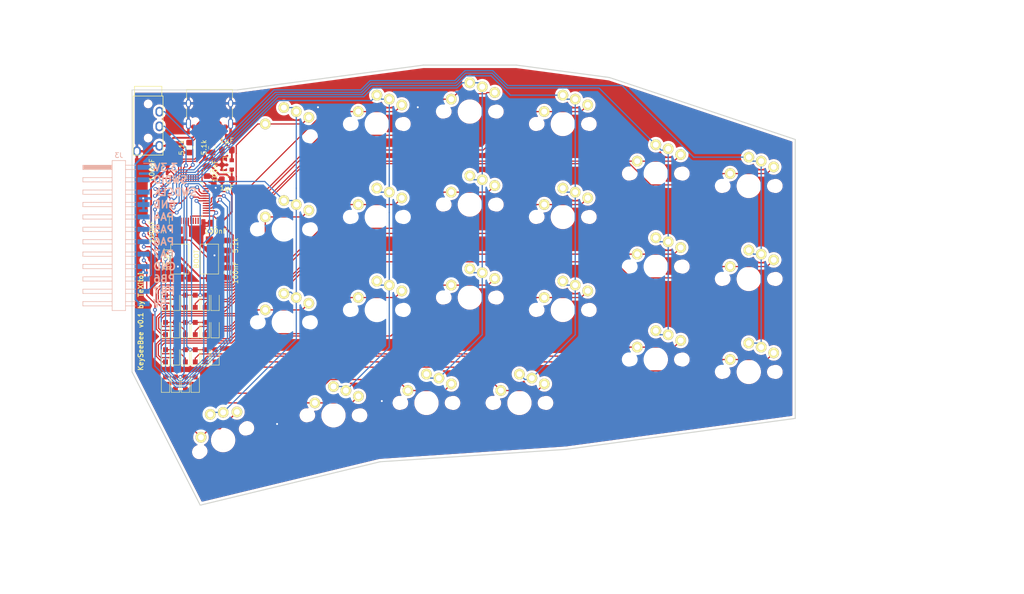
<source format=kicad_pcb>
(kicad_pcb (version 20171130) (host pcbnew 5.0.2+dfsg1-1)
  (layers (0 F.Cu signal) (31 B.Cu signal) (34 B.Paste user) (35 F.Paste user) (36 B.SilkS user) (37 F.SilkS user) (38 B.Mask user) (39 F.Mask user) (44 Edge.Cuts user))
  (net 0 "")
  (net 1 GND)
  (net 2 D+)
  (net 3 "Net-(J1-PadB5)")
  (net 4 "Net-(J1-PadA8)")
  (net 5 D-)
  (net 6 "Net-(J1-PadA5)")
  (net 7 "Net-(J1-PadB8)")
  (net 8 5V)
  (net 9 3.3V)
  (net 10 SWDIO)
  (net 11 SWDCLK)
  (net 12 PA4)
  (net 13 PA5)
  (net 14 PA6)
  (net 15 PA7)
  (net 16 PB6)
  (net 17 PB7)
  (net 18 TX)
  (net 19 RX)
  (net 20 COL4)
  (net 21 COL5)
  (net 22 COL2)
  (net 23 COL6)
  (net 24 COL3)
  (net 25 COL1)
  (net 26 "Net-(R1-Pad1)")
  (net 27 VBAT)
  (net 28 "Net-(U1-Pad2)")
  (net 29 "Net-(U1-Pad3)")
  (net 30 "Net-(U1-Pad4)")
  (net 31 "Net-(U1-Pad5)")
  (net 32 "Net-(U1-Pad6)")
  (net 33 "Net-(C1-Pad2)")
  (net 34 "Net-(U1-Pad10)")
  (net 35 "Net-(U1-Pad11)")
  (net 36 "Net-(U1-Pad12)")
  (net 37 "Net-(U1-Pad13)")
  (net 38 ROW1)
  (net 39 ROW2)
  (net 40 ROW3)
  (net 41 ROW4)
  (net 42 "Net-(U1-Pad22)")
  (net 43 "Net-(U1-Pad26)")
  (net 44 "Net-(U1-Pad27)")
  (net 45 "Net-(U1-Pad28)")
  (net 46 "Net-(U1-Pad29)")
  (net 47 "Net-(D5-Pad1)")
  (net 48 "Net-(D6-Pad1)")
  (net 49 "Net-(D7-Pad1)")
  (net 50 "Net-(D26-Pad1)")
  (net 51 "Net-(D36-Pad1)")
  (net 52 "Net-(D35-Pad1)")
  (net 53 "Net-(D34-Pad1)")
  (net 54 "Net-(D33-Pad1)")
  (net 55 "Net-(D25-Pad1)")
  (net 56 "Net-(D24-Pad1)")
  (net 57 "Net-(D23-Pad1)")
  (net 58 "Net-(D21-Pad1)")
  (net 59 "Net-(D20-Pad1)")
  (net 60 "Net-(D19-Pad1)")
  (net 61 "Net-(D16-Pad1)")
  (net 62 "Net-(D14-Pad1)")
  (net 63 "Net-(D12-Pad1)")
  (net 64 "Net-(D11-Pad1)")
  (net 65 "Net-(D10-Pad1)")
  (net 66 "Net-(D15-Pad1)")
  (net 67 "Net-(D9-Pad1)")
  (net 68 "Net-(D17-Pad1)")
  (module custom:CherryMX_Choc_1u (layer F.Cu) (at 99.568 136.652 26.5)
    (fp_text reference SW15 hide)
    (fp_text value SW_Push hide)
    (pad "" np_thru_hole circle (at -5.08 0 26.5) (size 1.7 1.7) (drill 1.7) (layers *.Cu *.Mask))
    (pad "" np_thru_hole circle (at 5.08 0 26.5) (size 1.7 1.7) (drill 1.7) (layers *.Cu *.Mask))
    (pad 1 thru_hole circle (at -3.81 -2.54 76.5) (size 2.2 2.2) (drill 1.2) (layers *.Cu F.SilkS B.Mask) (net 68 "Net-(D17-Pad1)"))
    (pad 2 thru_hole circle (at 2.54 -5.08 26.5) (size 2.2 2.2) (drill 1.2) (layers *.Cu F.SilkS B.Mask) (net 23 COL6))
    (pad 2 thru_hole circle (at 0 -5.9 116.5) (size 2.2 2.2) (drill 1.2) (layers *.Cu F.SilkS B.Mask) (net 23 COL6))
    (pad "" np_thru_hole circle (at 5.5 0 116.5) (size 1.9 1.9) (drill 1.9) (layers *.Cu *.Mask))
    (pad "" np_thru_hole circle (at -5.5 0 116.5) (size 1.9 1.9) (drill 1.9) (layers *.Cu *.Mask))
    (pad "" np_thru_hole circle (at 0 0 116.5) (size 4 4) (drill 4) (layers *.Cu *.Mask))
    (pad 1 thru_hole circle (at 5.1 -3.9 336.5) (size 2.2 2.2) (drill 1.2) (layers *.Cu F.SilkS B.Mask) (net 68 "Net-(D17-Pad1)"))
  )
  (module custom:CherryMX_Choc_1u (layer F.Cu) (at 207.264 84.582)
    (fp_text reference SW3 hide)
    (fp_text value SW_Push hide)
    (pad 1 thru_hole circle (at 5.1 -3.9 310) (size 2.2 2.2) (drill 1.2) (layers *.Cu F.SilkS B.Mask) (net 47 "Net-(D5-Pad1)"))
    (pad "" np_thru_hole circle (at 0 0 90) (size 4 4) (drill 4) (layers *.Cu *.Mask))
    (pad "" np_thru_hole circle (at -5.5 0 90) (size 1.9 1.9) (drill 1.9) (layers *.Cu *.Mask))
    (pad "" np_thru_hole circle (at 5.5 0 90) (size 1.9 1.9) (drill 1.9) (layers *.Cu *.Mask))
    (pad 2 thru_hole circle (at 0 -5.9 90) (size 2.2 2.2) (drill 1.2) (layers *.Cu F.SilkS B.Mask) (net 25 COL1))
    (pad 2 thru_hole circle (at 2.54 -5.08) (size 2.2 2.2) (drill 1.2) (layers *.Cu F.SilkS B.Mask) (net 25 COL1))
    (pad 1 thru_hole circle (at -3.81 -2.54 50) (size 2.2 2.2) (drill 1.2) (layers *.Cu F.SilkS B.Mask) (net 47 "Net-(D5-Pad1)"))
    (pad "" np_thru_hole circle (at 5.08 0) (size 1.7 1.7) (drill 1.7) (layers *.Cu *.Mask))
    (pad "" np_thru_hole circle (at -5.08 0) (size 1.7 1.7) (drill 1.7) (layers *.Cu *.Mask))
  )
  (module custom:CherryMX_Choc_1u (layer F.Cu) (at 207.264 103.632)
    (fp_text reference SW4 hide)
    (fp_text value SW_Push hide)
    (pad "" np_thru_hole circle (at -5.08 0) (size 1.7 1.7) (drill 1.7) (layers *.Cu *.Mask))
    (pad "" np_thru_hole circle (at 5.08 0) (size 1.7 1.7) (drill 1.7) (layers *.Cu *.Mask))
    (pad 1 thru_hole circle (at -3.81 -2.54 50) (size 2.2 2.2) (drill 1.2) (layers *.Cu F.SilkS B.Mask) (net 48 "Net-(D6-Pad1)"))
    (pad 2 thru_hole circle (at 2.54 -5.08) (size 2.2 2.2) (drill 1.2) (layers *.Cu F.SilkS B.Mask) (net 25 COL1))
    (pad 2 thru_hole circle (at 0 -5.9 90) (size 2.2 2.2) (drill 1.2) (layers *.Cu F.SilkS B.Mask) (net 25 COL1))
    (pad "" np_thru_hole circle (at 5.5 0 90) (size 1.9 1.9) (drill 1.9) (layers *.Cu *.Mask))
    (pad "" np_thru_hole circle (at -5.5 0 90) (size 1.9 1.9) (drill 1.9) (layers *.Cu *.Mask))
    (pad "" np_thru_hole circle (at 0 0 90) (size 4 4) (drill 4) (layers *.Cu *.Mask))
    (pad 1 thru_hole circle (at 5.1 -3.9 310) (size 2.2 2.2) (drill 1.2) (layers *.Cu F.SilkS B.Mask) (net 48 "Net-(D6-Pad1)"))
  )
  (module custom:CherryMX_Choc_1u (layer F.Cu) (at 207.264 122.682)
    (fp_text reference SW5 hide)
    (fp_text value SW_Push hide)
    (pad 1 thru_hole circle (at 5.1 -3.9 310) (size 2.2 2.2) (drill 1.2) (layers *.Cu F.SilkS B.Mask) (net 49 "Net-(D7-Pad1)"))
    (pad "" np_thru_hole circle (at 0 0 90) (size 4 4) (drill 4) (layers *.Cu *.Mask))
    (pad "" np_thru_hole circle (at -5.5 0 90) (size 1.9 1.9) (drill 1.9) (layers *.Cu *.Mask))
    (pad "" np_thru_hole circle (at 5.5 0 90) (size 1.9 1.9) (drill 1.9) (layers *.Cu *.Mask))
    (pad 2 thru_hole circle (at 0 -5.9 90) (size 2.2 2.2) (drill 1.2) (layers *.Cu F.SilkS B.Mask) (net 25 COL1))
    (pad 2 thru_hole circle (at 2.54 -5.08) (size 2.2 2.2) (drill 1.2) (layers *.Cu F.SilkS B.Mask) (net 25 COL1))
    (pad 1 thru_hole circle (at -3.81 -2.54 50) (size 2.2 2.2) (drill 1.2) (layers *.Cu F.SilkS B.Mask) (net 49 "Net-(D7-Pad1)"))
    (pad "" np_thru_hole circle (at 5.08 0) (size 1.7 1.7) (drill 1.7) (layers *.Cu *.Mask))
    (pad "" np_thru_hole circle (at -5.08 0) (size 1.7 1.7) (drill 1.7) (layers *.Cu *.Mask))
  )
  (module custom:CherryMX_Choc_1u (layer F.Cu) (at 169.164 71.882)
    (fp_text reference SW7 hide)
    (fp_text value SW_Push hide)
    (pad "" np_thru_hole circle (at -5.08 0) (size 1.7 1.7) (drill 1.7) (layers *.Cu *.Mask))
    (pad "" np_thru_hole circle (at 5.08 0) (size 1.7 1.7) (drill 1.7) (layers *.Cu *.Mask))
    (pad 1 thru_hole circle (at -3.81 -2.54 50) (size 2.2 2.2) (drill 1.2) (layers *.Cu F.SilkS B.Mask) (net 67 "Net-(D9-Pad1)"))
    (pad 2 thru_hole circle (at 2.54 -5.08) (size 2.2 2.2) (drill 1.2) (layers *.Cu F.SilkS B.Mask) (net 24 COL3))
    (pad 2 thru_hole circle (at 0 -5.9 90) (size 2.2 2.2) (drill 1.2) (layers *.Cu F.SilkS B.Mask) (net 24 COL3))
    (pad "" np_thru_hole circle (at 5.5 0 90) (size 1.9 1.9) (drill 1.9) (layers *.Cu *.Mask))
    (pad "" np_thru_hole circle (at -5.5 0 90) (size 1.9 1.9) (drill 1.9) (layers *.Cu *.Mask))
    (pad "" np_thru_hole circle (at 0 0 90) (size 4 4) (drill 4) (layers *.Cu *.Mask))
    (pad 1 thru_hole circle (at 5.1 -3.9 310) (size 2.2 2.2) (drill 1.2) (layers *.Cu F.SilkS B.Mask) (net 67 "Net-(D9-Pad1)"))
  )
  (module custom:CherryMX_Choc_1u (layer F.Cu) (at 112.014 93.472)
    (fp_text reference SW13 hide)
    (fp_text value SW_Push hide)
    (pad 1 thru_hole circle (at 5.1 -3.9 310) (size 2.2 2.2) (drill 1.2) (layers *.Cu F.SilkS B.Mask) (net 66 "Net-(D15-Pad1)"))
    (pad "" np_thru_hole circle (at 0 0 90) (size 4 4) (drill 4) (layers *.Cu *.Mask))
    (pad "" np_thru_hole circle (at -5.5 0 90) (size 1.9 1.9) (drill 1.9) (layers *.Cu *.Mask))
    (pad "" np_thru_hole circle (at 5.5 0 90) (size 1.9 1.9) (drill 1.9) (layers *.Cu *.Mask))
    (pad 2 thru_hole circle (at 0 -5.9 90) (size 2.2 2.2) (drill 1.2) (layers *.Cu F.SilkS B.Mask) (net 23 COL6))
    (pad 2 thru_hole circle (at 2.54 -5.08) (size 2.2 2.2) (drill 1.2) (layers *.Cu F.SilkS B.Mask) (net 23 COL6))
    (pad 1 thru_hole circle (at -3.81 -2.54 50) (size 2.2 2.2) (drill 1.2) (layers *.Cu F.SilkS B.Mask) (net 66 "Net-(D15-Pad1)"))
    (pad "" np_thru_hole circle (at 5.08 0) (size 1.7 1.7) (drill 1.7) (layers *.Cu *.Mask))
    (pad "" np_thru_hole circle (at -5.08 0) (size 1.7 1.7) (drill 1.7) (layers *.Cu *.Mask))
  )
  (module custom:CherryMX_Choc_1u (layer F.Cu) (at 169.164 90.932)
    (fp_text reference SW8 hide)
    (fp_text value SW_Push hide)
    (pad "" np_thru_hole circle (at -5.08 0) (size 1.7 1.7) (drill 1.7) (layers *.Cu *.Mask))
    (pad "" np_thru_hole circle (at 5.08 0) (size 1.7 1.7) (drill 1.7) (layers *.Cu *.Mask))
    (pad 1 thru_hole circle (at -3.81 -2.54 50) (size 2.2 2.2) (drill 1.2) (layers *.Cu F.SilkS B.Mask) (net 65 "Net-(D10-Pad1)"))
    (pad 2 thru_hole circle (at 2.54 -5.08) (size 2.2 2.2) (drill 1.2) (layers *.Cu F.SilkS B.Mask) (net 24 COL3))
    (pad 2 thru_hole circle (at 0 -5.9 90) (size 2.2 2.2) (drill 1.2) (layers *.Cu F.SilkS B.Mask) (net 24 COL3))
    (pad "" np_thru_hole circle (at 5.5 0 90) (size 1.9 1.9) (drill 1.9) (layers *.Cu *.Mask))
    (pad "" np_thru_hole circle (at -5.5 0 90) (size 1.9 1.9) (drill 1.9) (layers *.Cu *.Mask))
    (pad "" np_thru_hole circle (at 0 0 90) (size 4 4) (drill 4) (layers *.Cu *.Mask))
    (pad 1 thru_hole circle (at 5.1 -3.9 310) (size 2.2 2.2) (drill 1.2) (layers *.Cu F.SilkS B.Mask) (net 65 "Net-(D10-Pad1)"))
  )
  (module custom:CherryMX_Choc_1u (layer F.Cu) (at 169.164 109.982)
    (fp_text reference SW9 hide)
    (fp_text value SW_Push hide)
    (pad 1 thru_hole circle (at 5.1 -3.9 310) (size 2.2 2.2) (drill 1.2) (layers *.Cu F.SilkS B.Mask) (net 64 "Net-(D11-Pad1)"))
    (pad "" np_thru_hole circle (at 0 0 90) (size 4 4) (drill 4) (layers *.Cu *.Mask))
    (pad "" np_thru_hole circle (at -5.5 0 90) (size 1.9 1.9) (drill 1.9) (layers *.Cu *.Mask))
    (pad "" np_thru_hole circle (at 5.5 0 90) (size 1.9 1.9) (drill 1.9) (layers *.Cu *.Mask))
    (pad 2 thru_hole circle (at 0 -5.9 90) (size 2.2 2.2) (drill 1.2) (layers *.Cu F.SilkS B.Mask) (net 24 COL3))
    (pad 2 thru_hole circle (at 2.54 -5.08) (size 2.2 2.2) (drill 1.2) (layers *.Cu F.SilkS B.Mask) (net 24 COL3))
    (pad 1 thru_hole circle (at -3.81 -2.54 50) (size 2.2 2.2) (drill 1.2) (layers *.Cu F.SilkS B.Mask) (net 64 "Net-(D11-Pad1)"))
    (pad "" np_thru_hole circle (at 5.08 0) (size 1.7 1.7) (drill 1.7) (layers *.Cu *.Mask))
    (pad "" np_thru_hole circle (at -5.08 0) (size 1.7 1.7) (drill 1.7) (layers *.Cu *.Mask))
  )
  (module custom:CherryMX_Choc_1u (layer F.Cu) (at 160.274 129.032)
    (fp_text reference SW10 hide)
    (fp_text value SW_Push hide)
    (pad "" np_thru_hole circle (at -5.08 0) (size 1.7 1.7) (drill 1.7) (layers *.Cu *.Mask))
    (pad "" np_thru_hole circle (at 5.08 0) (size 1.7 1.7) (drill 1.7) (layers *.Cu *.Mask))
    (pad 1 thru_hole circle (at -3.81 -2.54 50) (size 2.2 2.2) (drill 1.2) (layers *.Cu F.SilkS B.Mask) (net 63 "Net-(D12-Pad1)"))
    (pad 2 thru_hole circle (at 2.54 -5.08) (size 2.2 2.2) (drill 1.2) (layers *.Cu F.SilkS B.Mask) (net 24 COL3))
    (pad 2 thru_hole circle (at 0 -5.9 90) (size 2.2 2.2) (drill 1.2) (layers *.Cu F.SilkS B.Mask) (net 24 COL3))
    (pad "" np_thru_hole circle (at 5.5 0 90) (size 1.9 1.9) (drill 1.9) (layers *.Cu *.Mask))
    (pad "" np_thru_hole circle (at -5.5 0 90) (size 1.9 1.9) (drill 1.9) (layers *.Cu *.Mask))
    (pad "" np_thru_hole circle (at 0 0 90) (size 4 4) (drill 4) (layers *.Cu *.Mask))
    (pad 1 thru_hole circle (at 5.1 -3.9 310) (size 2.2 2.2) (drill 1.2) (layers *.Cu F.SilkS B.Mask) (net 63 "Net-(D12-Pad1)"))
  )
  (module custom:CherryMX_Choc_1u (layer F.Cu) (at 112.014 74.422)
    (fp_text reference SW12 hide)
    (fp_text value SW_Push hide)
    (pad 1 thru_hole circle (at 5.1 -3.9 310) (size 2.2 2.2) (drill 1.2) (layers *.Cu F.SilkS B.Mask) (net 62 "Net-(D14-Pad1)"))
    (pad "" np_thru_hole circle (at 0 0 90) (size 4 4) (drill 4) (layers *.Cu *.Mask))
    (pad "" np_thru_hole circle (at -5.5 0 90) (size 1.9 1.9) (drill 1.9) (layers *.Cu *.Mask))
    (pad "" np_thru_hole circle (at 5.5 0 90) (size 1.9 1.9) (drill 1.9) (layers *.Cu *.Mask))
    (pad 2 thru_hole circle (at 0 -5.9 90) (size 2.2 2.2) (drill 1.2) (layers *.Cu F.SilkS B.Mask) (net 23 COL6))
    (pad 2 thru_hole circle (at 2.54 -5.08) (size 2.2 2.2) (drill 1.2) (layers *.Cu F.SilkS B.Mask) (net 23 COL6))
    (pad 1 thru_hole circle (at -3.81 -2.54 50) (size 2.2 2.2) (drill 1.2) (layers *.Cu F.SilkS B.Mask) (net 62 "Net-(D14-Pad1)"))
    (pad "" np_thru_hole circle (at 5.08 0) (size 1.7 1.7) (drill 1.7) (layers *.Cu *.Mask))
    (pad "" np_thru_hole circle (at -5.08 0) (size 1.7 1.7) (drill 1.7) (layers *.Cu *.Mask))
  )
  (module custom:CherryMX_Choc_1u (layer F.Cu) (at 112.014 112.522)
    (fp_text reference SW14 hide)
    (fp_text value SW_Push hide)
    (pad "" np_thru_hole circle (at -5.08 0) (size 1.7 1.7) (drill 1.7) (layers *.Cu *.Mask))
    (pad "" np_thru_hole circle (at 5.08 0) (size 1.7 1.7) (drill 1.7) (layers *.Cu *.Mask))
    (pad 1 thru_hole circle (at -3.81 -2.54 50) (size 2.2 2.2) (drill 1.2) (layers *.Cu F.SilkS B.Mask) (net 61 "Net-(D16-Pad1)"))
    (pad 2 thru_hole circle (at 2.54 -5.08) (size 2.2 2.2) (drill 1.2) (layers *.Cu F.SilkS B.Mask) (net 23 COL6))
    (pad 2 thru_hole circle (at 0 -5.9 90) (size 2.2 2.2) (drill 1.2) (layers *.Cu F.SilkS B.Mask) (net 23 COL6))
    (pad "" np_thru_hole circle (at 5.5 0 90) (size 1.9 1.9) (drill 1.9) (layers *.Cu *.Mask))
    (pad "" np_thru_hole circle (at -5.5 0 90) (size 1.9 1.9) (drill 1.9) (layers *.Cu *.Mask))
    (pad "" np_thru_hole circle (at 0 0 90) (size 4 4) (drill 4) (layers *.Cu *.Mask))
    (pad 1 thru_hole circle (at 5.1 -3.9 310) (size 2.2 2.2) (drill 1.2) (layers *.Cu F.SilkS B.Mask) (net 61 "Net-(D16-Pad1)"))
  )
  (module custom:CherryMX_Choc_1u (layer F.Cu) (at 188.214 82.042)
    (fp_text reference SW17 hide)
    (fp_text value SW_Push hide)
    (pad 1 thru_hole circle (at 5.1 -3.9 310) (size 2.2 2.2) (drill 1.2) (layers *.Cu F.SilkS B.Mask) (net 60 "Net-(D19-Pad1)"))
    (pad "" np_thru_hole circle (at 0 0 90) (size 4 4) (drill 4) (layers *.Cu *.Mask))
    (pad "" np_thru_hole circle (at -5.5 0 90) (size 1.9 1.9) (drill 1.9) (layers *.Cu *.Mask))
    (pad "" np_thru_hole circle (at 5.5 0 90) (size 1.9 1.9) (drill 1.9) (layers *.Cu *.Mask))
    (pad 2 thru_hole circle (at 0 -5.9 90) (size 2.2 2.2) (drill 1.2) (layers *.Cu F.SilkS B.Mask) (net 22 COL2))
    (pad 2 thru_hole circle (at 2.54 -5.08) (size 2.2 2.2) (drill 1.2) (layers *.Cu F.SilkS B.Mask) (net 22 COL2))
    (pad 1 thru_hole circle (at -3.81 -2.54 50) (size 2.2 2.2) (drill 1.2) (layers *.Cu F.SilkS B.Mask) (net 60 "Net-(D19-Pad1)"))
    (pad "" np_thru_hole circle (at 5.08 0) (size 1.7 1.7) (drill 1.7) (layers *.Cu *.Mask))
    (pad "" np_thru_hole circle (at -5.08 0) (size 1.7 1.7) (drill 1.7) (layers *.Cu *.Mask))
  )
  (module custom:CherryMX_Choc_1u (layer F.Cu) (at 188.214 101.092)
    (fp_text reference SW18 hide)
    (fp_text value SW_Push hide)
    (pad "" np_thru_hole circle (at -5.08 0) (size 1.7 1.7) (drill 1.7) (layers *.Cu *.Mask))
    (pad "" np_thru_hole circle (at 5.08 0) (size 1.7 1.7) (drill 1.7) (layers *.Cu *.Mask))
    (pad 1 thru_hole circle (at -3.81 -2.54 50) (size 2.2 2.2) (drill 1.2) (layers *.Cu F.SilkS B.Mask) (net 59 "Net-(D20-Pad1)"))
    (pad 2 thru_hole circle (at 2.54 -5.08) (size 2.2 2.2) (drill 1.2) (layers *.Cu F.SilkS B.Mask) (net 22 COL2))
    (pad 2 thru_hole circle (at 0 -5.9 90) (size 2.2 2.2) (drill 1.2) (layers *.Cu F.SilkS B.Mask) (net 22 COL2))
    (pad "" np_thru_hole circle (at 5.5 0 90) (size 1.9 1.9) (drill 1.9) (layers *.Cu *.Mask))
    (pad "" np_thru_hole circle (at -5.5 0 90) (size 1.9 1.9) (drill 1.9) (layers *.Cu *.Mask))
    (pad "" np_thru_hole circle (at 0 0 90) (size 4 4) (drill 4) (layers *.Cu *.Mask))
    (pad 1 thru_hole circle (at 5.1 -3.9 310) (size 2.2 2.2) (drill 1.2) (layers *.Cu F.SilkS B.Mask) (net 59 "Net-(D20-Pad1)"))
  )
  (module custom:CherryMX_Choc_1u (layer F.Cu) (at 188.214 120.142)
    (fp_text reference SW19 hide)
    (fp_text value SW_Push hide)
    (pad 1 thru_hole circle (at 5.1 -3.9 310) (size 2.2 2.2) (drill 1.2) (layers *.Cu F.SilkS B.Mask) (net 58 "Net-(D21-Pad1)"))
    (pad "" np_thru_hole circle (at 0 0 90) (size 4 4) (drill 4) (layers *.Cu *.Mask))
    (pad "" np_thru_hole circle (at -5.5 0 90) (size 1.9 1.9) (drill 1.9) (layers *.Cu *.Mask))
    (pad "" np_thru_hole circle (at 5.5 0 90) (size 1.9 1.9) (drill 1.9) (layers *.Cu *.Mask))
    (pad 2 thru_hole circle (at 0 -5.9 90) (size 2.2 2.2) (drill 1.2) (layers *.Cu F.SilkS B.Mask) (net 22 COL2))
    (pad 2 thru_hole circle (at 2.54 -5.08) (size 2.2 2.2) (drill 1.2) (layers *.Cu F.SilkS B.Mask) (net 22 COL2))
    (pad 1 thru_hole circle (at -3.81 -2.54 50) (size 2.2 2.2) (drill 1.2) (layers *.Cu F.SilkS B.Mask) (net 58 "Net-(D21-Pad1)"))
    (pad "" np_thru_hole circle (at 5.08 0) (size 1.7 1.7) (drill 1.7) (layers *.Cu *.Mask))
    (pad "" np_thru_hole circle (at -5.08 0) (size 1.7 1.7) (drill 1.7) (layers *.Cu *.Mask))
  )
  (module custom:CherryMX_Choc_1u (layer F.Cu) (at 150.114 69.342)
    (fp_text reference SW21 hide)
    (fp_text value SW_Push hide)
    (pad "" np_thru_hole circle (at -5.08 0) (size 1.7 1.7) (drill 1.7) (layers *.Cu *.Mask))
    (pad "" np_thru_hole circle (at 5.08 0) (size 1.7 1.7) (drill 1.7) (layers *.Cu *.Mask))
    (pad 1 thru_hole circle (at -3.81 -2.54 50) (size 2.2 2.2) (drill 1.2) (layers *.Cu F.SilkS B.Mask) (net 57 "Net-(D23-Pad1)"))
    (pad 2 thru_hole circle (at 2.54 -5.08) (size 2.2 2.2) (drill 1.2) (layers *.Cu F.SilkS B.Mask) (net 20 COL4))
    (pad 2 thru_hole circle (at 0 -5.9 90) (size 2.2 2.2) (drill 1.2) (layers *.Cu F.SilkS B.Mask) (net 20 COL4))
    (pad "" np_thru_hole circle (at 5.5 0 90) (size 1.9 1.9) (drill 1.9) (layers *.Cu *.Mask))
    (pad "" np_thru_hole circle (at -5.5 0 90) (size 1.9 1.9) (drill 1.9) (layers *.Cu *.Mask))
    (pad "" np_thru_hole circle (at 0 0 90) (size 4 4) (drill 4) (layers *.Cu *.Mask))
    (pad 1 thru_hole circle (at 5.1 -3.9 310) (size 2.2 2.2) (drill 1.2) (layers *.Cu F.SilkS B.Mask) (net 57 "Net-(D23-Pad1)"))
  )
  (module custom:CherryMX_Choc_1u (layer F.Cu) (at 150.114 88.392)
    (fp_text reference SW22 hide)
    (fp_text value SW_Push hide)
    (pad 1 thru_hole circle (at 5.1 -3.9 310) (size 2.2 2.2) (drill 1.2) (layers *.Cu F.SilkS B.Mask) (net 56 "Net-(D24-Pad1)"))
    (pad "" np_thru_hole circle (at 0 0 90) (size 4 4) (drill 4) (layers *.Cu *.Mask))
    (pad "" np_thru_hole circle (at -5.5 0 90) (size 1.9 1.9) (drill 1.9) (layers *.Cu *.Mask))
    (pad "" np_thru_hole circle (at 5.5 0 90) (size 1.9 1.9) (drill 1.9) (layers *.Cu *.Mask))
    (pad 2 thru_hole circle (at 0 -5.9 90) (size 2.2 2.2) (drill 1.2) (layers *.Cu F.SilkS B.Mask) (net 20 COL4))
    (pad 2 thru_hole circle (at 2.54 -5.08) (size 2.2 2.2) (drill 1.2) (layers *.Cu F.SilkS B.Mask) (net 20 COL4))
    (pad 1 thru_hole circle (at -3.81 -2.54 50) (size 2.2 2.2) (drill 1.2) (layers *.Cu F.SilkS B.Mask) (net 56 "Net-(D24-Pad1)"))
    (pad "" np_thru_hole circle (at 5.08 0) (size 1.7 1.7) (drill 1.7) (layers *.Cu *.Mask))
    (pad "" np_thru_hole circle (at -5.08 0) (size 1.7 1.7) (drill 1.7) (layers *.Cu *.Mask))
  )
  (module custom:CherryMX_Choc_1u (layer F.Cu) (at 150.114 107.442)
    (fp_text reference SW23 hide)
    (fp_text value SW_Push hide)
    (pad "" np_thru_hole circle (at -5.08 0) (size 1.7 1.7) (drill 1.7) (layers *.Cu *.Mask))
    (pad "" np_thru_hole circle (at 5.08 0) (size 1.7 1.7) (drill 1.7) (layers *.Cu *.Mask))
    (pad 1 thru_hole circle (at -3.81 -2.54 50) (size 2.2 2.2) (drill 1.2) (layers *.Cu F.SilkS B.Mask) (net 55 "Net-(D25-Pad1)"))
    (pad 2 thru_hole circle (at 2.54 -5.08) (size 2.2 2.2) (drill 1.2) (layers *.Cu F.SilkS B.Mask) (net 20 COL4))
    (pad 2 thru_hole circle (at 0 -5.9 90) (size 2.2 2.2) (drill 1.2) (layers *.Cu F.SilkS B.Mask) (net 20 COL4))
    (pad "" np_thru_hole circle (at 5.5 0 90) (size 1.9 1.9) (drill 1.9) (layers *.Cu *.Mask))
    (pad "" np_thru_hole circle (at -5.5 0 90) (size 1.9 1.9) (drill 1.9) (layers *.Cu *.Mask))
    (pad "" np_thru_hole circle (at 0 0 90) (size 4 4) (drill 4) (layers *.Cu *.Mask))
    (pad 1 thru_hole circle (at 5.1 -3.9 310) (size 2.2 2.2) (drill 1.2) (layers *.Cu F.SilkS B.Mask) (net 55 "Net-(D25-Pad1)"))
  )
  (module custom:CherryMX_Choc_1u (layer F.Cu) (at 131.064 71.882)
    (fp_text reference SW31 hide)
    (fp_text value SW_Push hide)
    (pad 1 thru_hole circle (at 5.1 -3.9 310) (size 2.2 2.2) (drill 1.2) (layers *.Cu F.SilkS B.Mask) (net 54 "Net-(D33-Pad1)"))
    (pad "" np_thru_hole circle (at 0 0 90) (size 4 4) (drill 4) (layers *.Cu *.Mask))
    (pad "" np_thru_hole circle (at -5.5 0 90) (size 1.9 1.9) (drill 1.9) (layers *.Cu *.Mask))
    (pad "" np_thru_hole circle (at 5.5 0 90) (size 1.9 1.9) (drill 1.9) (layers *.Cu *.Mask))
    (pad 2 thru_hole circle (at 0 -5.9 90) (size 2.2 2.2) (drill 1.2) (layers *.Cu F.SilkS B.Mask) (net 21 COL5))
    (pad 2 thru_hole circle (at 2.54 -5.08) (size 2.2 2.2) (drill 1.2) (layers *.Cu F.SilkS B.Mask) (net 21 COL5))
    (pad 1 thru_hole circle (at -3.81 -2.54 50) (size 2.2 2.2) (drill 1.2) (layers *.Cu F.SilkS B.Mask) (net 54 "Net-(D33-Pad1)"))
    (pad "" np_thru_hole circle (at 5.08 0) (size 1.7 1.7) (drill 1.7) (layers *.Cu *.Mask))
    (pad "" np_thru_hole circle (at -5.08 0) (size 1.7 1.7) (drill 1.7) (layers *.Cu *.Mask))
  )
  (module custom:CherryMX_Choc_1u (layer F.Cu) (at 131.064 90.932)
    (fp_text reference SW32 hide)
    (fp_text value SW_Push hide)
    (pad "" np_thru_hole circle (at -5.08 0) (size 1.7 1.7) (drill 1.7) (layers *.Cu *.Mask))
    (pad "" np_thru_hole circle (at 5.08 0) (size 1.7 1.7) (drill 1.7) (layers *.Cu *.Mask))
    (pad 1 thru_hole circle (at -3.81 -2.54 50) (size 2.2 2.2) (drill 1.2) (layers *.Cu F.SilkS B.Mask) (net 53 "Net-(D34-Pad1)"))
    (pad 2 thru_hole circle (at 2.54 -5.08) (size 2.2 2.2) (drill 1.2) (layers *.Cu F.SilkS B.Mask) (net 21 COL5))
    (pad 2 thru_hole circle (at 0 -5.9 90) (size 2.2 2.2) (drill 1.2) (layers *.Cu F.SilkS B.Mask) (net 21 COL5))
    (pad "" np_thru_hole circle (at 5.5 0 90) (size 1.9 1.9) (drill 1.9) (layers *.Cu *.Mask))
    (pad "" np_thru_hole circle (at -5.5 0 90) (size 1.9 1.9) (drill 1.9) (layers *.Cu *.Mask))
    (pad "" np_thru_hole circle (at 0 0 90) (size 4 4) (drill 4) (layers *.Cu *.Mask))
    (pad 1 thru_hole circle (at 5.1 -3.9 310) (size 2.2 2.2) (drill 1.2) (layers *.Cu F.SilkS B.Mask) (net 53 "Net-(D34-Pad1)"))
  )
  (module custom:CherryMX_Choc_1u (layer F.Cu) (at 131.064 109.982)
    (fp_text reference SW33 hide)
    (fp_text value SW_Push hide)
    (pad 1 thru_hole circle (at 5.1 -3.9 310) (size 2.2 2.2) (drill 1.2) (layers *.Cu F.SilkS B.Mask) (net 52 "Net-(D35-Pad1)"))
    (pad "" np_thru_hole circle (at 0 0 90) (size 4 4) (drill 4) (layers *.Cu *.Mask))
    (pad "" np_thru_hole circle (at -5.5 0 90) (size 1.9 1.9) (drill 1.9) (layers *.Cu *.Mask))
    (pad "" np_thru_hole circle (at 5.5 0 90) (size 1.9 1.9) (drill 1.9) (layers *.Cu *.Mask))
    (pad 2 thru_hole circle (at 0 -5.9 90) (size 2.2 2.2) (drill 1.2) (layers *.Cu F.SilkS B.Mask) (net 21 COL5))
    (pad 2 thru_hole circle (at 2.54 -5.08) (size 2.2 2.2) (drill 1.2) (layers *.Cu F.SilkS B.Mask) (net 21 COL5))
    (pad 1 thru_hole circle (at -3.81 -2.54 50) (size 2.2 2.2) (drill 1.2) (layers *.Cu F.SilkS B.Mask) (net 52 "Net-(D35-Pad1)"))
    (pad "" np_thru_hole circle (at 5.08 0) (size 1.7 1.7) (drill 1.7) (layers *.Cu *.Mask))
    (pad "" np_thru_hole circle (at -5.08 0) (size 1.7 1.7) (drill 1.7) (layers *.Cu *.Mask))
  )
  (module custom:CherryMX_Choc_1u (layer F.Cu) (at 122.174 131.572)
    (fp_text reference SW34 hide)
    (fp_text value SW_Push hide)
    (pad "" np_thru_hole circle (at -5.08 0) (size 1.7 1.7) (drill 1.7) (layers *.Cu *.Mask))
    (pad "" np_thru_hole circle (at 5.08 0) (size 1.7 1.7) (drill 1.7) (layers *.Cu *.Mask))
    (pad 1 thru_hole circle (at -3.81 -2.54 50) (size 2.2 2.2) (drill 1.2) (layers *.Cu F.SilkS B.Mask) (net 51 "Net-(D36-Pad1)"))
    (pad 2 thru_hole circle (at 2.54 -5.08) (size 2.2 2.2) (drill 1.2) (layers *.Cu F.SilkS B.Mask) (net 21 COL5))
    (pad 2 thru_hole circle (at 0 -5.9 90) (size 2.2 2.2) (drill 1.2) (layers *.Cu F.SilkS B.Mask) (net 21 COL5))
    (pad "" np_thru_hole circle (at 5.5 0 90) (size 1.9 1.9) (drill 1.9) (layers *.Cu *.Mask))
    (pad "" np_thru_hole circle (at -5.5 0 90) (size 1.9 1.9) (drill 1.9) (layers *.Cu *.Mask))
    (pad "" np_thru_hole circle (at 0 0 90) (size 4 4) (drill 4) (layers *.Cu *.Mask))
    (pad 1 thru_hole circle (at 5.1 -3.9 310) (size 2.2 2.2) (drill 1.2) (layers *.Cu F.SilkS B.Mask) (net 51 "Net-(D36-Pad1)"))
  )
  (module custom:CherryMX_Choc_1u (layer F.Cu) (at 141.224 129.032)
    (fp_text reference SW24 hide)
    (fp_text value SW_Push hide)
    (pad 1 thru_hole circle (at 5.1 -3.9 310) (size 2.2 2.2) (drill 1.2) (layers *.Cu F.SilkS B.Mask) (net 50 "Net-(D26-Pad1)"))
    (pad "" np_thru_hole circle (at 0 0 90) (size 4 4) (drill 4) (layers *.Cu *.Mask))
    (pad "" np_thru_hole circle (at -5.5 0 90) (size 1.9 1.9) (drill 1.9) (layers *.Cu *.Mask))
    (pad "" np_thru_hole circle (at 5.5 0 90) (size 1.9 1.9) (drill 1.9) (layers *.Cu *.Mask))
    (pad 2 thru_hole circle (at 0 -5.9 90) (size 2.2 2.2) (drill 1.2) (layers *.Cu F.SilkS B.Mask) (net 20 COL4))
    (pad 2 thru_hole circle (at 2.54 -5.08) (size 2.2 2.2) (drill 1.2) (layers *.Cu F.SilkS B.Mask) (net 20 COL4))
    (pad 1 thru_hole circle (at -3.81 -2.54 50) (size 2.2 2.2) (drill 1.2) (layers *.Cu F.SilkS B.Mask) (net 50 "Net-(D26-Pad1)"))
    (pad "" np_thru_hole circle (at 5.08 0) (size 1.7 1.7) (drill 1.7) (layers *.Cu *.Mask))
    (pad "" np_thru_hole circle (at -5.08 0) (size 1.7 1.7) (drill 1.7) (layers *.Cu *.Mask))
  )
  (module Button_Switch_SMD:SW_SPST_CK_RS282G05A3 (layer F.Cu) (at 90.678 99.568 90)
    (fp_text reference SW2 hide)
    (fp_text value RESET (at 0 -2.667 90) (layer F.SilkS))
    (pad 2 smd rect (at 3.9 0 90) (size 1.5 1.5) (layers F.Cu F.Paste F.Mask) (net 33 "Net-(C1-Pad2)"))
    (pad 1 smd rect (at -3.9 0 90) (size 1.5 1.5) (layers F.Cu F.Paste F.Mask) (net 1 GND))
  )
  (module Button_Switch_SMD:SW_SPST_CK_RS282G05A3 (layer F.Cu) (at 96.774 99.568 270)
    (fp_text reference SW1 hide)
    (fp_text value BOOT (at 0 2.667 270) (layer F.SilkS))
    (pad 1 smd rect (at -3.9 0 270) (size 1.5 1.5) (layers F.Cu F.Paste F.Mask) (net 26 "Net-(R1-Pad1)"))
    (pad 2 smd rect (at 3.9 0 270) (size 1.5 1.5) (layers F.Cu F.Paste F.Mask) (net 9 3.3V))
  )
  (module Capacitor_SMD:C_0805_2012Metric_Pad1.15x1.40mm_HandSolder (layer F.Cu) (at 100.457 102.362 270)
    (fp_text reference C1 hide)
    (fp_text value 100nF (at 0 -1.651 270) (layer F.SilkS))
    (pad 1 smd roundrect (at -1.025 0 270) (size 1.15 1.4) (layers F.Cu F.Paste F.Mask) (roundrect_rratio 0.217391) (net 1 GND))
    (pad 2 smd roundrect (at 1.025 0 270) (size 1.15 1.4) (layers F.Cu F.Paste F.Mask) (roundrect_rratio 0.217391) (net 33 "Net-(C1-Pad2)"))
  )
  (module Capacitor_SMD:C_0805_2012Metric_Pad1.15x1.40mm_HandSolder (layer F.Cu) (at 86.614 81.28 270)
    (fp_text reference C2 hide)
    (fp_text value 100nF (at 0 1.65 270) (layer F.SilkS))
    (pad 2 smd roundrect (at 1.025 0 270) (size 1.15 1.4) (layers F.Cu F.Paste F.Mask) (roundrect_rratio 0.217391) (net 9 3.3V))
    (pad 1 smd roundrect (at -1.025 0 270) (size 1.15 1.4) (layers F.Cu F.Paste F.Mask) (roundrect_rratio 0.217391) (net 1 GND))
  )
  (module Capacitor_SMD:C_0805_2012Metric_Pad1.15x1.40mm_HandSolder (layer F.Cu) (at 96.266 81.534 90)
    (fp_text reference C3 hide)
    (fp_text value 100nF (at 0 1.651 90) (layer F.SilkS))
    (pad 1 smd roundrect (at -1.025 0 90) (size 1.15 1.4) (layers F.Cu F.Paste F.Mask) (roundrect_rratio 0.217391) (net 1 GND))
    (pad 2 smd roundrect (at 1.025 0 90) (size 1.15 1.4) (layers F.Cu F.Paste F.Mask) (roundrect_rratio 0.217391) (net 9 3.3V))
  )
  (module Capacitor_SMD:C_0805_2012Metric_Pad1.15x1.40mm_HandSolder (layer F.Cu) (at 98.044 92.202)
    (fp_text reference C4 hide)
    (fp_text value 100nF (at 0 1.65) (layer F.SilkS))
    (pad 2 smd roundrect (at 1.025 0) (size 1.15 1.4) (layers F.Cu F.Paste F.Mask) (roundrect_rratio 0.217391) (net 9 3.3V))
    (pad 1 smd roundrect (at -1.025 0) (size 1.15 1.4) (layers F.Cu F.Paste F.Mask) (roundrect_rratio 0.217391) (net 1 GND))
  )
  (module Capacitor_SMD:C_0805_2012Metric_Pad1.15x1.40mm_HandSolder (layer F.Cu) (at 86.614 93.98 270)
    (fp_text reference C5 hide)
    (fp_text value 100nF (at 0 1.65 270) (layer F.SilkS))
    (pad 1 smd roundrect (at -1.025 0 270) (size 1.15 1.4) (layers F.Cu F.Paste F.Mask) (roundrect_rratio 0.217391) (net 1 GND))
    (pad 2 smd roundrect (at 1.025 0 270) (size 1.15 1.4) (layers F.Cu F.Paste F.Mask) (roundrect_rratio 0.217391) (net 9 3.3V))
  )
  (module Capacitor_SMD:C_0805_2012Metric_Pad1.15x1.40mm_HandSolder (layer F.Cu) (at 100.33 83.312)
    (fp_text reference C6 hide)
    (fp_text value 1µF (at 0 1.65) (layer F.SilkS))
    (pad 2 smd roundrect (at 1.025 0) (size 1.15 1.4) (layers F.Cu F.Paste F.Mask) (roundrect_rratio 0.217391) (net 9 3.3V))
    (pad 1 smd roundrect (at -1.025 0) (size 1.15 1.4) (layers F.Cu F.Paste F.Mask) (roundrect_rratio 0.217391) (net 1 GND))
  )
  (module Capacitor_SMD:C_0805_2012Metric_Pad1.15x1.40mm_HandSolder (layer F.Cu) (at 100.33 77.216)
    (fp_text reference C7 hide)
    (fp_text value 1µF (at 0 -1.905) (layer F.SilkS))
    (pad 1 smd roundrect (at -1.025 0) (size 1.15 1.4) (layers F.Cu F.Paste F.Mask) (roundrect_rratio 0.217391) (net 1 GND))
    (pad 2 smd roundrect (at 1.025 0) (size 1.15 1.4) (layers F.Cu F.Paste F.Mask) (roundrect_rratio 0.217391) (net 8 5V))
  )
  (module Diode_SMD:D_SOD-323_HandSoldering (layer F.Cu) (at 87.757 124.968 90)
    (fp_text reference D17 hide)
    (fp_text value D4.6)
    (pad 2 smd rect (at 1.25 0 90) (size 1 1) (layers F.Cu F.Paste F.Mask) (net 41 ROW4))
    (pad 1 smd rect (at -1.25 0 90) (size 1 1) (layers F.Cu F.Paste F.Mask) (net 68 "Net-(D17-Pad1)"))
  )
  (module Diode_SMD:D_SOD-323_HandSoldering (layer F.Cu) (at 87.757 113.792 90)
    (fp_text reference D15 hide)
    (fp_text value D2.6)
    (pad 1 smd rect (at -1.25 0 90) (size 1 1) (layers F.Cu F.Paste F.Mask) (net 66 "Net-(D15-Pad1)"))
    (pad 2 smd rect (at 1.25 0 90) (size 1 1) (layers F.Cu F.Paste F.Mask) (net 39 ROW2))
  )
  (module Diode_SMD:D_SOD-323_HandSoldering (layer F.Cu) (at 87.757 108.204 90)
    (fp_text reference D14 hide)
    (fp_text value D1.6)
    (pad 2 smd rect (at 1.25 0 90) (size 1 1) (layers F.Cu F.Paste F.Mask) (net 38 ROW1))
    (pad 1 smd rect (at -1.25 0 90) (size 1 1) (layers F.Cu F.Paste F.Mask) (net 62 "Net-(D14-Pad1)"))
  )
  (module Diode_SMD:D_SOD-323_HandSoldering (layer F.Cu) (at 93.853 124.968 90)
    (fp_text reference D12 hide)
    (fp_text value D4.3)
    (pad 1 smd rect (at -1.25 0 90) (size 1 1) (layers F.Cu F.Paste F.Mask) (net 63 "Net-(D12-Pad1)"))
    (pad 2 smd rect (at 1.25 0 90) (size 1 1) (layers F.Cu F.Paste F.Mask) (net 41 ROW4))
  )
  (module Diode_SMD:D_SOD-323_HandSoldering (layer F.Cu) (at 93.853 119.38 90)
    (fp_text reference D11 hide)
    (fp_text value D3.3)
    (pad 2 smd rect (at 1.25 0 90) (size 1 1) (layers F.Cu F.Paste F.Mask) (net 40 ROW3))
    (pad 1 smd rect (at -1.25 0 90) (size 1 1) (layers F.Cu F.Paste F.Mask) (net 64 "Net-(D11-Pad1)"))
  )
  (module Diode_SMD:D_SOD-323_HandSoldering (layer F.Cu) (at 93.853 113.792 90)
    (fp_text reference D10 hide)
    (fp_text value D2.3)
    (pad 1 smd rect (at -1.25 0 90) (size 1 1) (layers F.Cu F.Paste F.Mask) (net 65 "Net-(D10-Pad1)"))
    (pad 2 smd rect (at 1.25 0 90) (size 1 1) (layers F.Cu F.Paste F.Mask) (net 39 ROW2))
  )
  (module Diode_SMD:D_SOD-323_HandSoldering (layer F.Cu) (at 93.853 108.204 90)
    (fp_text reference D9 hide)
    (fp_text value D1.3)
    (pad 2 smd rect (at 1.25 0 90) (size 1 1) (layers F.Cu F.Paste F.Mask) (net 38 ROW1))
    (pad 1 smd rect (at -1.25 0 90) (size 1 1) (layers F.Cu F.Paste F.Mask) (net 67 "Net-(D9-Pad1)"))
  )
  (module Diode_SMD:D_SOD-323_HandSoldering (layer F.Cu) (at 97.917 119.38 90)
    (fp_text reference D7 hide)
    (fp_text value D3.1)
    (pad 1 smd rect (at -1.25 0 90) (size 1 1) (layers F.Cu F.Paste F.Mask) (net 49 "Net-(D7-Pad1)"))
    (pad 2 smd rect (at 1.25 0 90) (size 1 1) (layers F.Cu F.Paste F.Mask) (net 40 ROW3))
  )
  (module Diode_SMD:D_SOD-323_HandSoldering (layer F.Cu) (at 97.917 113.792 90)
    (fp_text reference D6 hide)
    (fp_text value D2.1)
    (pad 2 smd rect (at 1.25 0 90) (size 1 1) (layers F.Cu F.Paste F.Mask) (net 39 ROW2))
    (pad 1 smd rect (at -1.25 0 90) (size 1 1) (layers F.Cu F.Paste F.Mask) (net 48 "Net-(D6-Pad1)"))
  )
  (module Diode_SMD:D_SOD-323_HandSoldering (layer F.Cu) (at 97.917 108.204 90)
    (fp_text reference D5 hide)
    (fp_text value D1.1)
    (pad 1 smd rect (at -1.25 0 90) (size 1 1) (layers F.Cu F.Paste F.Mask) (net 47 "Net-(D5-Pad1)"))
    (pad 2 smd rect (at 1.25 0 90) (size 1 1) (layers F.Cu F.Paste F.Mask) (net 38 ROW1))
  )
  (module Diode_SMD:D_SOD-323_HandSoldering (layer F.Cu) (at 87.757 119.38 90)
    (fp_text reference D16 hide)
    (fp_text value D3.6)
    (pad 2 smd rect (at 1.25 0 90) (size 1 1) (layers F.Cu F.Paste F.Mask) (net 40 ROW3))
    (pad 1 smd rect (at -1.25 0 90) (size 1 1) (layers F.Cu F.Paste F.Mask) (net 61 "Net-(D16-Pad1)"))
  )
  (module Diode_SMD:D_SOD-323_HandSoldering (layer F.Cu) (at 95.885 113.792 90)
    (fp_text reference D20 hide)
    (fp_text value D2.2)
    (pad 1 smd rect (at -1.25 0 90) (size 1 1) (layers F.Cu F.Paste F.Mask) (net 59 "Net-(D20-Pad1)"))
    (pad 2 smd rect (at 1.25 0 90) (size 1 1) (layers F.Cu F.Paste F.Mask) (net 39 ROW2))
  )
  (module Diode_SMD:D_SOD-323_HandSoldering (layer F.Cu) (at 89.789 124.968 90)
    (fp_text reference D36 hide)
    (fp_text value D4.5)
    (pad 2 smd rect (at 1.25 0 90) (size 1 1) (layers F.Cu F.Paste F.Mask) (net 41 ROW4))
    (pad 1 smd rect (at -1.25 0 90) (size 1 1) (layers F.Cu F.Paste F.Mask) (net 51 "Net-(D36-Pad1)"))
  )
  (module Diode_SMD:D_SOD-323_HandSoldering (layer F.Cu) (at 89.789 113.792 90)
    (fp_text reference D34 hide)
    (fp_text value D2.5)
    (pad 1 smd rect (at -1.25 0 90) (size 1 1) (layers F.Cu F.Paste F.Mask) (net 53 "Net-(D34-Pad1)"))
    (pad 2 smd rect (at 1.25 0 90) (size 1 1) (layers F.Cu F.Paste F.Mask) (net 39 ROW2))
  )
  (module Diode_SMD:D_SOD-323_HandSoldering (layer F.Cu) (at 89.789 108.204 90)
    (fp_text reference D33 hide)
    (fp_text value D1.5)
    (pad 2 smd rect (at 1.25 0 90) (size 1 1) (layers F.Cu F.Paste F.Mask) (net 38 ROW1))
    (pad 1 smd rect (at -1.25 0 90) (size 1 1) (layers F.Cu F.Paste F.Mask) (net 54 "Net-(D33-Pad1)"))
  )
  (module Diode_SMD:D_SOD-323_HandSoldering (layer F.Cu) (at 91.821 124.968 90)
    (fp_text reference D26 hide)
    (fp_text value D4.4)
    (pad 1 smd rect (at -1.25 0 90) (size 1 1) (layers F.Cu F.Paste F.Mask) (net 50 "Net-(D26-Pad1)"))
    (pad 2 smd rect (at 1.25 0 90) (size 1 1) (layers F.Cu F.Paste F.Mask) (net 41 ROW4))
  )
  (module Diode_SMD:D_SOD-323_HandSoldering (layer F.Cu) (at 91.821 119.38 90)
    (fp_text reference D25 hide)
    (fp_text value D3.4)
    (pad 2 smd rect (at 1.25 0 90) (size 1 1) (layers F.Cu F.Paste F.Mask) (net 40 ROW3))
    (pad 1 smd rect (at -1.25 0 90) (size 1 1) (layers F.Cu F.Paste F.Mask) (net 55 "Net-(D25-Pad1)"))
  )
  (module Diode_SMD:D_SOD-323_HandSoldering (layer F.Cu) (at 91.821 113.792 90)
    (fp_text reference D24 hide)
    (fp_text value D2.4)
    (pad 1 smd rect (at -1.25 0 90) (size 1 1) (layers F.Cu F.Paste F.Mask) (net 56 "Net-(D24-Pad1)"))
    (pad 2 smd rect (at 1.25 0 90) (size 1 1) (layers F.Cu F.Paste F.Mask) (net 39 ROW2))
  )
  (module Diode_SMD:D_SOD-323_HandSoldering (layer F.Cu) (at 91.821 108.204 90)
    (fp_text reference D23 hide)
    (fp_text value D1.4)
    (pad 2 smd rect (at 1.25 0 90) (size 1 1) (layers F.Cu F.Paste F.Mask) (net 38 ROW1))
    (pad 1 smd rect (at -1.25 0 90) (size 1 1) (layers F.Cu F.Paste F.Mask) (net 57 "Net-(D23-Pad1)"))
  )
  (module Diode_SMD:D_SOD-323_HandSoldering (layer F.Cu) (at 95.885 119.38 90)
    (fp_text reference D21 hide)
    (fp_text value D3.2)
    (pad 1 smd rect (at -1.25 0 90) (size 1 1) (layers F.Cu F.Paste F.Mask) (net 58 "Net-(D21-Pad1)"))
    (pad 2 smd rect (at 1.25 0 90) (size 1 1) (layers F.Cu F.Paste F.Mask) (net 40 ROW3))
  )
  (module Diode_SMD:D_SOD-323_HandSoldering (layer F.Cu) (at 95.885 108.204 90)
    (fp_text reference D19 hide)
    (fp_text value D1.2)
    (pad 2 smd rect (at 1.25 0 90) (size 1 1) (layers F.Cu F.Paste F.Mask) (net 38 ROW1))
    (pad 1 smd rect (at -1.25 0 90) (size 1 1) (layers F.Cu F.Paste F.Mask) (net 60 "Net-(D19-Pad1)"))
  )
  (module Diode_SMD:D_SOD-323_HandSoldering (layer F.Cu) (at 89.789 119.38 90)
    (fp_text reference D35 hide)
    (fp_text value D3.5)
    (pad 1 smd rect (at -1.25 0 90) (size 1 1) (layers F.Cu F.Paste F.Mask) (net 52 "Net-(D35-Pad1)"))
    (pad 2 smd rect (at 1.25 0 90) (size 1 1) (layers F.Cu F.Paste F.Mask) (net 40 ROW3))
  )
  (module Package_QFP:LQFP-48_7x7mm_P0.5mm (layer F.Cu) (at 91.694 87.376 90)
    (fp_text reference U1 hide)
    (fp_text value STM32)
    (pad 1 smd rect (at -4.35 -2.75 90) (size 1.3 0.25) (layers F.Cu F.Paste F.Mask) (net 27 VBAT))
    (pad 2 smd rect (at -4.35 -2.25 90) (size 1.3 0.25) (layers F.Cu F.Paste F.Mask) (net 28 "Net-(U1-Pad2)"))
    (pad 3 smd rect (at -4.35 -1.75 90) (size 1.3 0.25) (layers F.Cu F.Paste F.Mask) (net 29 "Net-(U1-Pad3)"))
    (pad 4 smd rect (at -4.35 -1.25 90) (size 1.3 0.25) (layers F.Cu F.Paste F.Mask) (net 30 "Net-(U1-Pad4)"))
    (pad 5 smd rect (at -4.35 -0.75 90) (size 1.3 0.25) (layers F.Cu F.Paste F.Mask) (net 31 "Net-(U1-Pad5)"))
    (pad 6 smd rect (at -4.35 -0.25 90) (size 1.3 0.25) (layers F.Cu F.Paste F.Mask) (net 32 "Net-(U1-Pad6)"))
    (pad 7 smd rect (at -4.35 0.25 90) (size 1.3 0.25) (layers F.Cu F.Paste F.Mask) (net 33 "Net-(C1-Pad2)"))
    (pad 8 smd rect (at -4.35 0.75 90) (size 1.3 0.25) (layers F.Cu F.Paste F.Mask) (net 1 GND))
    (pad 9 smd rect (at -4.35 1.25 90) (size 1.3 0.25) (layers F.Cu F.Paste F.Mask) (net 9 3.3V))
    (pad 10 smd rect (at -4.35 1.75 90) (size 1.3 0.25) (layers F.Cu F.Paste F.Mask) (net 34 "Net-(U1-Pad10)"))
    (pad 11 smd rect (at -4.35 2.25 90) (size 1.3 0.25) (layers F.Cu F.Paste F.Mask) (net 35 "Net-(U1-Pad11)"))
    (pad 12 smd rect (at -4.35 2.75 90) (size 1.3 0.25) (layers F.Cu F.Paste F.Mask) (net 36 "Net-(U1-Pad12)"))
    (pad 13 smd rect (at -2.75 4.35 180) (size 1.3 0.25) (layers F.Cu F.Paste F.Mask) (net 37 "Net-(U1-Pad13)"))
    (pad 14 smd rect (at -2.25 4.35 180) (size 1.3 0.25) (layers F.Cu F.Paste F.Mask) (net 12 PA4))
    (pad 15 smd rect (at -1.75 4.35 180) (size 1.3 0.25) (layers F.Cu F.Paste F.Mask) (net 13 PA5))
    (pad 16 smd rect (at -1.25 4.35 180) (size 1.3 0.25) (layers F.Cu F.Paste F.Mask) (net 14 PA6))
    (pad 17 smd rect (at -0.75 4.35 180) (size 1.3 0.25) (layers F.Cu F.Paste F.Mask) (net 15 PA7))
    (pad 18 smd rect (at -0.25 4.35 180) (size 1.3 0.25) (layers F.Cu F.Paste F.Mask) (net 38 ROW1))
    (pad 19 smd rect (at 0.25 4.35 180) (size 1.3 0.25) (layers F.Cu F.Paste F.Mask) (net 39 ROW2))
    (pad 20 smd rect (at 0.75 4.35 180) (size 1.3 0.25) (layers F.Cu F.Paste F.Mask) (net 40 ROW3))
    (pad 21 smd rect (at 1.25 4.35 180) (size 1.3 0.25) (layers F.Cu F.Paste F.Mask) (net 41 ROW4))
    (pad 22 smd rect (at 1.75 4.35 180) (size 1.3 0.25) (layers F.Cu F.Paste F.Mask) (net 42 "Net-(U1-Pad22)"))
    (pad 23 smd rect (at 2.25 4.35 180) (size 1.3 0.25) (layers F.Cu F.Paste F.Mask) (net 1 GND))
    (pad 24 smd rect (at 2.75 4.35 180) (size 1.3 0.25) (layers F.Cu F.Paste F.Mask) (net 9 3.3V))
    (pad 25 smd rect (at 4.35 2.75 90) (size 1.3 0.25) (layers F.Cu F.Paste F.Mask) (net 9 3.3V))
    (pad 26 smd rect (at 4.35 2.25 90) (size 1.3 0.25) (layers F.Cu F.Paste F.Mask) (net 43 "Net-(U1-Pad26)"))
    (pad 27 smd rect (at 4.35 1.75 90) (size 1.3 0.25) (layers F.Cu F.Paste F.Mask) (net 44 "Net-(U1-Pad27)"))
    (pad 28 smd rect (at 4.35 1.25 90) (size 1.3 0.25) (layers F.Cu F.Paste F.Mask) (net 45 "Net-(U1-Pad28)"))
    (pad 29 smd rect (at 4.35 0.75 90) (size 1.3 0.25) (layers F.Cu F.Paste F.Mask) (net 46 "Net-(U1-Pad29)"))
    (pad 30 smd rect (at 4.35 0.25 90) (size 1.3 0.25) (layers F.Cu F.Paste F.Mask) (net 18 TX))
    (pad 31 smd rect (at 4.35 -0.25 90) (size 1.3 0.25) (layers F.Cu F.Paste F.Mask) (net 19 RX))
    (pad 32 smd rect (at 4.35 -0.75 90) (size 1.3 0.25) (layers F.Cu F.Paste F.Mask) (net 5 D-))
    (pad 33 smd rect (at 4.35 -1.25 90) (size 1.3 0.25) (layers F.Cu F.Paste F.Mask) (net 2 D+))
    (pad 34 smd rect (at 4.35 -1.75 90) (size 1.3 0.25) (layers F.Cu F.Paste F.Mask) (net 10 SWDIO))
    (pad 35 smd rect (at 4.35 -2.25 90) (size 1.3 0.25) (layers F.Cu F.Paste F.Mask) (net 1 GND))
    (pad 36 smd rect (at 4.35 -2.75 90) (size 1.3 0.25) (layers F.Cu F.Paste F.Mask) (net 9 3.3V))
    (pad 37 smd rect (at 2.75 -4.35 180) (size 1.3 0.25) (layers F.Cu F.Paste F.Mask) (net 11 SWDCLK))
    (pad 38 smd rect (at 2.25 -4.35 180) (size 1.3 0.25) (layers F.Cu F.Paste F.Mask) (net 25 COL1))
    (pad 39 smd rect (at 1.75 -4.35 180) (size 1.3 0.25) (layers F.Cu F.Paste F.Mask) (net 22 COL2))
    (pad 40 smd rect (at 1.25 -4.35 180) (size 1.3 0.25) (layers F.Cu F.Paste F.Mask) (net 24 COL3))
    (pad 41 smd rect (at 0.75 -4.35 180) (size 1.3 0.25) (layers F.Cu F.Paste F.Mask) (net 20 COL4))
    (pad 42 smd rect (at 0.25 -4.35 180) (size 1.3 0.25) (layers F.Cu F.Paste F.Mask) (net 16 PB6))
    (pad 43 smd rect (at -0.25 -4.35 180) (size 1.3 0.25) (layers F.Cu F.Paste F.Mask) (net 17 PB7))
    (pad 44 smd rect (at -0.75 -4.35 180) (size 1.3 0.25) (layers F.Cu F.Paste F.Mask) (net 26 "Net-(R1-Pad1)"))
    (pad 45 smd rect (at -1.25 -4.35 180) (size 1.3 0.25) (layers F.Cu F.Paste F.Mask) (net 21 COL5))
    (pad 46 smd rect (at -1.75 -4.35 180) (size 1.3 0.25) (layers F.Cu F.Paste F.Mask) (net 23 COL6))
    (pad 47 smd rect (at -2.25 -4.35 180) (size 1.3 0.25) (layers F.Cu F.Paste F.Mask) (net 1 GND))
    (pad 48 smd rect (at -2.75 -4.35 180) (size 1.3 0.25) (layers F.Cu F.Paste F.Mask) (net 9 3.3V))
  )
  (module Package_TO_SOT_SMD:SOT-23 (layer F.Cu) (at 100.33 80.264 180)
    (fp_text reference U2 hide)
    (fp_text value LDO)
    (pad 1 smd rect (at -1 -0.95 180) (size 0.9 0.8) (layers F.Cu F.Paste F.Mask) (net 9 3.3V))
    (pad 2 smd rect (at -1 0.95 180) (size 0.9 0.8) (layers F.Cu F.Paste F.Mask) (net 8 5V))
    (pad 3 smd rect (at 1 0 180) (size 0.9 0.8) (layers F.Cu F.Paste F.Mask) (net 1 GND))
  )
  (module Resistor_SMD:R_0805_2012Metric_Pad1.15x1.40mm_HandSolder (layer F.Cu) (at 97.282 76.708 270)
    (fp_text reference R7 hide)
    (fp_text value 5.1k (at 0 1.65 270) (layer F.SilkS))
    (pad 1 smd roundrect (at -1.025 0 270) (size 1.15 1.4) (layers F.Cu F.Paste F.Mask) (roundrect_rratio 0.217391) (net 6 "Net-(J1-PadA5)"))
    (pad 2 smd roundrect (at 1.025 0 270) (size 1.15 1.4) (layers F.Cu F.Paste F.Mask) (roundrect_rratio 0.217391) (net 1 GND))
  )
  (module Resistor_SMD:R_0805_2012Metric_Pad1.15x1.40mm_HandSolder (layer F.Cu) (at 92.71 76.708 270)
    (fp_text reference R6 hide)
    (fp_text value 5.1k (at 0 1.65 270) (layer F.SilkS))
    (pad 2 smd roundrect (at 1.025 0 270) (size 1.15 1.4) (layers F.Cu F.Paste F.Mask) (roundrect_rratio 0.217391) (net 1 GND))
    (pad 1 smd roundrect (at -1.025 0 270) (size 1.15 1.4) (layers F.Cu F.Paste F.Mask) (roundrect_rratio 0.217391) (net 3 "Net-(J1-PadB5)"))
  )
  (module Resistor_SMD:R_0805_2012Metric_Pad1.15x1.40mm_HandSolder (layer F.Cu) (at 100.457 96.774 270)
    (fp_text reference R1 hide)
    (fp_text value 5.1k (at 0 -1.651 270) (layer F.SilkS))
    (pad 1 smd roundrect (at -1.025 0 270) (size 1.15 1.4) (layers F.Cu F.Paste F.Mask) (roundrect_rratio 0.217391) (net 26 "Net-(R1-Pad1)"))
    (pad 2 smd roundrect (at 1.025 0 270) (size 1.15 1.4) (layers F.Cu F.Paste F.Mask) (roundrect_rratio 0.217391) (net 1 GND))
  )
  (module keebio:TRRS-PJ-320A-no-Fmask (layer F.Cu) (at 84.201 66.167)
    (fp_text reference J2)
    (fp_text value AudioJack4)
    (pad 1 thru_hole oval (at -2.3 11.3) (size 1.6 2) (drill oval 0.9 1.3) (layers *.Cu B.Mask) (net 1 GND))
    (pad 2 thru_hole oval (at 2.3 10.2) (size 1.6 2) (drill oval 0.9 1.3) (layers *.Cu B.Mask) (net 8 5V))
    (pad 4 thru_hole oval (at 2.3 3.2) (size 1.6 2) (drill oval 0.9 1.3) (layers *.Cu B.Mask) (net 18 TX))
    (pad "" np_thru_hole circle (at 0 8.6) (size 0.8 0.8) (drill 0.8) (layers *.Cu *.Mask))
    (pad "" np_thru_hole circle (at 0 1.6) (size 0.8 0.8) (drill 0.8) (layers *.Cu *.Mask))
    (pad 3 thru_hole oval (at 2.3 6.2) (size 1.6 2) (drill oval 0.9 1.3) (layers *.Cu B.Mask) (net 19 RX))
    (pad 4 thru_hole oval (at 2.3 3.2) (size 1 1.4) (drill oval 0.9 1.3) (layers *.Cu F.Mask) (net 18 TX))
    (pad 3 thru_hole oval (at 2.3 6.2) (size 1 1.4) (drill oval 0.9 1.3) (layers *.Cu F.Mask) (net 19 RX))
    (pad 2 thru_hole oval (at 2.3 10.2) (size 1 1.4) (drill oval 0.9 1.3) (layers *.Cu F.Mask) (net 8 5V))
    (pad 1 thru_hole oval (at -2.3 11.3) (size 1 1.4) (drill oval 0.9 1.3) (layers *.Cu F.Mask) (net 1 GND))
  )
  (module kicad-harwin:Harwin_M20-89012xx_1x12_P2.54mm_Horizontal (layer B.Cu) (at 77.724 94.742 180)
    (fp_text reference J3 (at -0.48 16.44 180) (layer B.SilkS) (effects (justify mirror)))
    (fp_text value Conn_01x12_Male)
    (pad 1 smd rect (at -5.525 13.97 180) (size 2.5 1) (layers B.Cu B.Paste B.Mask) (net 9 3.3V))
    (pad 2 smd rect (at -5.525 11.43 180) (size 2.5 1) (layers B.Cu B.Paste B.Mask) (net 10 SWDIO))
    (pad 3 smd rect (at -5.525 8.89 180) (size 2.5 1) (layers B.Cu B.Paste B.Mask) (net 11 SWDCLK))
    (pad 4 smd rect (at -5.525 6.35 180) (size 2.5 1) (layers B.Cu B.Paste B.Mask) (net 1 GND))
    (pad 5 smd rect (at -5.525 3.81 180) (size 2.5 1) (layers B.Cu B.Paste B.Mask) (net 12 PA4))
    (pad 6 smd rect (at -5.525 1.27 180) (size 2.5 1) (layers B.Cu B.Paste B.Mask) (net 13 PA5))
    (pad 7 smd rect (at -5.525 -1.27 180) (size 2.5 1) (layers B.Cu B.Paste B.Mask) (net 14 PA6))
    (pad 8 smd rect (at -5.525 -3.81 180) (size 2.5 1) (layers B.Cu B.Paste B.Mask) (net 15 PA7))
    (pad 9 smd rect (at -5.525 -6.35 180) (size 2.5 1) (layers B.Cu B.Paste B.Mask) (net 1 GND))
    (pad 10 smd rect (at -5.525 -8.89 180) (size 2.5 1) (layers B.Cu B.Paste B.Mask) (net 16 PB6))
    (pad 11 smd rect (at -5.525 -11.43 180) (size 2.5 1) (layers B.Cu B.Paste B.Mask) (net 17 PB7))
    (pad 12 smd rect (at -5.525 -13.97 180) (size 2.5 1) (layers B.Cu B.Paste B.Mask) (net 8 5V))
    (pad "" smd rect (at 3.895 13.97 180) (size 6 0.76) (layers B.SilkS))
  )
  (module kicad-usb:USB_C_Receptacle_HRO_TYPE-C-31-M-12 (layer F.Cu) (at 96.774 68.707 180)
    (fp_text reference J1 hide)
    (fp_text value USB_C_Receptacle_USB2.0)
    (pad S1 thru_hole oval (at 4.32 1.05 180) (size 1 1.6) (drill oval 0.6 1.2) (layers *.Cu *.Mask) (net 1 GND))
    (pad "" np_thru_hole circle (at 2.89 -2.6 180) (size 0.65 0.65) (drill 0.65) (layers *.Cu *.Mask))
    (pad S1 thru_hole oval (at -4.32 1.05 180) (size 1 1.6) (drill oval 0.6 1.2) (layers *.Cu *.Mask) (net 1 GND))
    (pad "" np_thru_hole circle (at -2.89 -2.6 180) (size 0.65 0.65) (drill 0.65) (layers *.Cu *.Mask))
    (pad S1 thru_hole oval (at -4.32 -3.13 180) (size 1 2.1) (drill oval 0.6 1.7) (layers *.Cu *.Mask) (net 1 GND))
    (pad S1 thru_hole oval (at 4.32 -3.13 180) (size 1 2.1) (drill oval 0.6 1.7) (layers *.Cu *.Mask) (net 1 GND))
    (pad A6 smd rect (at -0.25 -4.045 180) (size 0.3 1.45) (layers F.Cu F.Paste F.Mask) (net 2 D+))
    (pad B5 smd rect (at 1.75 -4.045 180) (size 0.3 1.45) (layers F.Cu F.Paste F.Mask) (net 3 "Net-(J1-PadB5)"))
    (pad A8 smd rect (at 1.25 -4.045 180) (size 0.3 1.45) (layers F.Cu F.Paste F.Mask) (net 4 "Net-(J1-PadA8)"))
    (pad B6 smd rect (at 0.75 -4.045 180) (size 0.3 1.45) (layers F.Cu F.Paste F.Mask) (net 2 D+))
    (pad A7 smd rect (at 0.25 -4.045 180) (size 0.3 1.45) (layers F.Cu F.Paste F.Mask) (net 5 D-))
    (pad B7 smd rect (at -0.75 -4.045 180) (size 0.3 1.45) (layers F.Cu F.Paste F.Mask) (net 5 D-))
    (pad A5 smd rect (at -1.25 -4.045 180) (size 0.3 1.45) (layers F.Cu F.Paste F.Mask) (net 6 "Net-(J1-PadA5)"))
    (pad B8 smd rect (at -1.75 -4.045 180) (size 0.3 1.45) (layers F.Cu F.Paste F.Mask) (net 7 "Net-(J1-PadB8)"))
    (pad A12 smd rect (at 3.25 -4.045 180) (size 0.6 1.45) (layers F.Cu F.Paste F.Mask) (net 1 GND))
    (pad B4 smd rect (at 2.45 -4.045 180) (size 0.6 1.45) (layers F.Cu F.Paste F.Mask) (net 8 5V))
    (pad A4 smd rect (at -2.45 -4.045 180) (size 0.6 1.45) (layers F.Cu F.Paste F.Mask) (net 8 5V))
    (pad A1 smd rect (at -3.25 -4.045 180) (size 0.6 1.45) (layers F.Cu F.Paste F.Mask) (net 1 GND))
    (pad B12 smd rect (at -3.25 -4.045 180) (size 0.6 1.45) (layers F.Cu F.Paste F.Mask) (net 1 GND))
    (pad B9 smd rect (at -2.45 -4.045 180) (size 0.6 1.45) (layers F.Cu F.Paste F.Mask) (net 8 5V))
    (pad A9 smd rect (at 2.45 -4.045 180) (size 0.6 1.45) (layers F.Cu F.Paste F.Mask) (net 8 5V))
    (pad B1 smd rect (at 3.25 -4.045 180) (size 0.6 1.45) (layers F.Cu F.Paste F.Mask) (net 1 GND))
  )
  (gr_text 5V (at 85.09 108.712) (layer B.SilkS) (effects (font (size 1.5 1.5) (thickness 0.3)) (justify right mirror)))
  (gr_text PB7 (at 85.09 106.172) (layer B.SilkS) (effects (font (size 1.5 1.5) (thickness 0.3)) (justify right mirror)))
  (gr_text PB6 (at 85.09 103.632) (layer B.SilkS) (effects (font (size 1.5 1.5) (thickness 0.3)) (justify right mirror)))
  (gr_text GND (at 85.09 101.092) (layer B.SilkS) (effects (font (size 1.5 1.5) (thickness 0.3)) (justify right mirror)))
  (gr_text PA7 (at 85.09 98.552) (layer B.SilkS) (effects (font (size 1.5 1.5) (thickness 0.3)) (justify right mirror)))
  (gr_text PA6 (at 85.09 96.012) (layer B.SilkS) (effects (font (size 1.5 1.5) (thickness 0.3)) (justify right mirror)))
  (gr_text PA5 (at 85.09 93.472) (layer B.SilkS) (effects (font (size 1.5 1.5) (thickness 0.3)) (justify right mirror)))
  (gr_text PA4 (at 85.09 90.932) (layer B.SilkS) (effects (font (size 1.5 1.5) (thickness 0.3)) (justify right mirror)))
  (gr_text GND (at 85.09 88.392) (layer B.SilkS) (effects (font (size 1.5 1.5) (thickness 0.3)) (justify right mirror)))
  (gr_text SWDCLK (at 85.09 85.852) (layer B.SilkS) (effects (font (size 1.5 1.5) (thickness 0.3)) (justify right mirror)))
  (gr_text SWDIO (at 85.09 83.312) (layer B.SilkS) (effects (font (size 1.5 1.5) (thickness 0.3)) (justify right mirror)))
  (gr_text 3.3V (at 85.217 80.772) (layer B.SilkS) (effects (font (size 1.5 1.5) (thickness 0.3)) (justify right mirror)))
  (gr_text "KeySeeBee v0.1 by TeXitoi" (at 82.677 122.555 90) (layer F.SilkS) (effects (font (size 1 1) (thickness 0.2)) (justify left)))
  (gr_line (start 80.899 64.897) (end 80.899 122.682) (layer Edge.Cuts) (width 0.15))
  (gr_line (start 102.489 64.897) (end 80.899 64.897) (layer Edge.Cuts) (width 0.15))
  (gr_line (start 94.869 149.987) (end 80.899 122.682) (layer Edge.Cuts) (width 0.2))
  (gr_line (start 131.699 141.097) (end 94.869 149.987) (layer Edge.Cuts) (width 0.2))
  (gr_line (start 169.799 138.557) (end 131.699 141.097) (layer Edge.Cuts) (width 0.2))
  (gr_line (start 216.789 132.207) (end 169.799 138.557) (layer Edge.Cuts) (width 0.2))
  (gr_line (start 216.789 75.057) (end 216.789 132.207) (layer Edge.Cuts) (width 0.2))
  (gr_line (start 178.689 62.357) (end 216.789 75.057) (layer Edge.Cuts) (width 0.2))
  (gr_line (start 159.639 59.817) (end 178.689 62.357) (layer Edge.Cuts) (width 0.2))
  (gr_line (start 140.589 59.817) (end 159.639 59.817) (layer Edge.Cuts) (width 0.2))
  (gr_line (start 102.489 64.897) (end 140.589 59.817) (layer Edge.Cuts) (width 0.2))
  (segment (start 93.369 72.752) (end 92.454 71.837) (width 0.381) (layer F.Cu) (net 1))
  (segment (start 93.524 72.752) (end 93.369 72.752) (width 0.381) (layer F.Cu) (net 1))
  (segment (start 100.179 72.752) (end 101.094 71.837) (width 0.381) (layer F.Cu) (net 1))
  (segment (start 100.024 72.752) (end 100.179 72.752) (width 0.381) (layer F.Cu) (net 1))
  (segment (start 87.414 80.255) (end 86.614 80.255) (width 0.25) (layer F.Cu) (net 1))
  (segment (start 87.573 80.255) (end 87.414 80.255) (width 0.25) (layer F.Cu) (net 1))
  (segment (start 89.444 82.126) (end 87.573 80.255) (width 0.25) (layer F.Cu) (net 1))
  (segment (start 89.444 83.026) (end 89.444 82.126) (width 0.25) (layer F.Cu) (net 1))
  (segment (start 97.397372 83.182372) (end 96.774 82.559) (width 0.25) (layer F.Cu) (net 1))
  (segment (start 97.397372 84.63263) (end 97.397372 83.182372) (width 0.25) (layer F.Cu) (net 1))
  (segment (start 96.904002 85.126) (end 97.397372 84.63263) (width 0.25) (layer F.Cu) (net 1))
  (segment (start 96.044 85.126) (end 96.904002 85.126) (width 0.25) (layer F.Cu) (net 1))
  (segment (start 96.774 92.447) (end 97.019 92.202) (width 0.381) (layer F.Cu) (net 1))
  (segment (start 96.395628 92.825372) (end 97.019 92.202) (width 0.25) (layer F.Cu) (net 1))
  (segment (start 92.643372 92.825372) (end 96.395628 92.825372) (width 0.25) (layer F.Cu) (net 1))
  (segment (start 92.444 92.626) (end 92.643372 92.825372) (width 0.25) (layer F.Cu) (net 1))
  (segment (start 92.444 91.726) (end 92.444 92.626) (width 0.25) (layer F.Cu) (net 1))
  (segment (start 87.237372 92.331628) (end 86.614 92.955) (width 0.25) (layer F.Cu) (net 1))
  (segment (start 88.319001 91.249999) (end 87.237372 92.331628) (width 0.25) (layer F.Cu) (net 1))
  (segment (start 88.319001 89.701001) (end 88.319001 91.249999) (width 0.25) (layer F.Cu) (net 1))
  (segment (start 88.244 89.626) (end 88.319001 89.701001) (width 0.25) (layer F.Cu) (net 1))
  (segment (start 87.344 89.626) (end 88.244 89.626) (width 0.25) (layer F.Cu) (net 1))
  (via (at 95.631 77.724) (size 0.8) (drill 0.4) (layers F.Cu B.Cu) (net 1))
  (via (at 139.446 68.453) (size 0.8) (drill 0.4) (layers F.Cu B.Cu) (net 1))
  (via (at 118.999 68.453) (size 0.8) (drill 0.4) (layers F.Cu B.Cu) (net 1))
  (via (at 88.773 93.726) (size 0.8) (drill 0.4) (layers F.Cu B.Cu) (net 1))
  (via (at 110.617 133.35) (size 0.8) (drill 0.4) (layers F.Cu B.Cu) (net 1))
  (via (at 132.08 128.651) (size 0.8) (drill 0.4) (layers F.Cu B.Cu) (net 1))
  (via (at 83.185 102.235) (size 0.8) (drill 0.4) (layers F.Cu B.Cu) (net 1))
  (via (at 83.185 87.122) (size 0.8) (drill 0.4) (layers F.Cu B.Cu) (net 1))
  (via (at 97.79 98.806) (size 0.8) (drill 0.4) (layers F.Cu B.Cu) (net 1))
  (via (at 98.044 84.963) (size 0.8) (drill 0.4) (layers F.Cu B.Cu) (net 1))
  (via (at 90.297 101.092) (size 0.8) (drill 0.4) (layers F.Cu B.Cu) (net 1))
  (segment (start 97.024 71.777) (end 97.024 72.752) (width 0.25) (layer F.Cu) (net 2))
  (segment (start 96.948999 71.701999) (end 97.024 71.777) (width 0.25) (layer F.Cu) (net 2))
  (segment (start 96.099001 71.701999) (end 96.948999 71.701999) (width 0.25) (layer F.Cu) (net 2))
  (segment (start 96.024 71.777) (end 96.099001 71.701999) (width 0.25) (layer F.Cu) (net 2))
  (segment (start 96.024 72.752) (end 96.024 71.777) (width 0.25) (layer F.Cu) (net 2))
  (segment (start 90.444 82.126) (end 90.444 83.026) (width 0.25) (layer F.Cu) (net 2))
  (segment (start 96.024 72.752) (end 96.024 74.664) (width 0.25) (layer F.Cu) (net 2))
  (segment (start 91.343602 79.088987) (end 90.444 79.988589) (width 0.25) (layer F.Cu) (net 2))
  (segment (start 90.444 79.988589) (end 90.444 82.126) (width 0.25) (layer F.Cu) (net 2))
  (segment (start 93.758013 79.088987) (end 91.343602 79.088987) (width 0.25) (layer F.Cu) (net 2))
  (segment (start 94.361 78.486) (end 93.758013 79.088987) (width 0.25) (layer F.Cu) (net 2))
  (segment (start 94.361 76.326999) (end 94.361 78.486) (width 0.25) (layer F.Cu) (net 2))
  (segment (start 96.024 74.664) (end 94.361 76.326999) (width 0.25) (layer F.Cu) (net 2))
  (segment (start 93.160001 75.232999) (end 92.71 75.683) (width 0.25) (layer F.Cu) (net 3))
  (segment (start 93.499943 75.232999) (end 93.160001 75.232999) (width 0.25) (layer F.Cu) (net 3))
  (segment (start 95.024 73.708942) (end 93.499943 75.232999) (width 0.25) (layer F.Cu) (net 3))
  (segment (start 95.024 72.752) (end 95.024 73.708942) (width 0.25) (layer F.Cu) (net 3))
  (segment (start 97.524 73.727) (end 97.524 72.752) (width 0.25) (layer F.Cu) (net 5))
  (segment (start 97.448999 73.802001) (end 97.524 73.727) (width 0.25) (layer F.Cu) (net 5))
  (segment (start 96.524 73.727) (end 96.599001 73.802001) (width 0.25) (layer F.Cu) (net 5))
  (segment (start 96.599001 73.802001) (end 97.448999 73.802001) (width 0.25) (layer F.Cu) (net 5))
  (segment (start 96.524 72.752) (end 96.524 73.727) (width 0.25) (layer F.Cu) (net 5))
  (segment (start 90.944 82.126) (end 90.944 83.026) (width 0.25) (layer F.Cu) (net 5))
  (segment (start 93.944413 79.538998) (end 91.530002 79.538998) (width 0.25) (layer F.Cu) (net 5))
  (segment (start 94.811011 76.513399) (end 94.811011 78.6724) (width 0.25) (layer F.Cu) (net 5))
  (segment (start 90.944 80.125) (end 90.944 82.126) (width 0.25) (layer F.Cu) (net 5))
  (segment (start 96.524 72.752) (end 96.524 74.80041) (width 0.25) (layer F.Cu) (net 5))
  (segment (start 96.524 74.80041) (end 94.811011 76.513399) (width 0.25) (layer F.Cu) (net 5))
  (segment (start 94.811011 78.6724) (end 93.944413 79.538998) (width 0.25) (layer F.Cu) (net 5))
  (segment (start 91.530002 79.538998) (end 90.944 80.125) (width 0.25) (layer F.Cu) (net 5))
  (segment (start 97.905372 75.059628) (end 97.282 75.683) (width 0.25) (layer F.Cu) (net 6))
  (segment (start 97.999001 74.965999) (end 97.905372 75.059628) (width 0.25) (layer F.Cu) (net 6))
  (segment (start 98.024 73.553) (end 97.999001 73.577999) (width 0.25) (layer F.Cu) (net 6))
  (segment (start 97.999001 73.577999) (end 97.999001 74.965999) (width 0.25) (layer F.Cu) (net 6))
  (segment (start 98.024 72.752) (end 98.024 73.553) (width 0.25) (layer F.Cu) (net 6))
  (segment (start 99.224 75.085) (end 101.355 77.216) (width 0.381) (layer F.Cu) (net 8))
  (segment (start 99.224 72.752) (end 99.224 75.085) (width 0.381) (layer F.Cu) (net 8))
  (segment (start 87.682 76.367) (end 86.501 76.367) (width 0.381) (layer F.Cu) (net 8))
  (segment (start 89.33151 74.71749) (end 87.682 76.367) (width 0.381) (layer F.Cu) (net 8))
  (segment (start 93.286412 74.71749) (end 89.33151 74.71749) (width 0.381) (layer F.Cu) (net 8))
  (segment (start 94.324 73.679902) (end 93.286412 74.71749) (width 0.381) (layer F.Cu) (net 8))
  (segment (start 94.324 72.752) (end 94.324 73.679902) (width 0.381) (layer F.Cu) (net 8))
  (segment (start 101.355 79.289) (end 101.33 79.314) (width 0.381) (layer F.Cu) (net 8))
  (segment (start 101.355 77.216) (end 101.355 79.289) (width 0.381) (layer F.Cu) (net 8))
  (segment (start 99.064501 72.592501) (end 99.224 72.752) (width 0.381) (layer F.Cu) (net 8))
  (segment (start 99.064501 71.714599) (end 99.064501 72.592501) (width 0.381) (layer F.Cu) (net 8))
  (segment (start 98.342902 70.993) (end 99.064501 71.714599) (width 0.381) (layer F.Cu) (net 8))
  (segment (start 95.256942 70.993) (end 98.342902 70.993) (width 0.381) (layer F.Cu) (net 8))
  (segment (start 94.324 72.752) (end 94.324 71.925942) (width 0.381) (layer F.Cu) (net 8))
  (segment (start 94.324 71.925942) (end 95.256942 70.993) (width 0.381) (layer F.Cu) (net 8))
  (segment (start 82.499 108.712) (end 83.249 108.712) (width 0.381) (layer B.Cu) (net 8))
  (segment (start 81.608499 107.821499) (end 82.499 108.712) (width 0.381) (layer B.Cu) (net 8))
  (segment (start 81.608499 80.078501) (end 81.608499 107.821499) (width 0.381) (layer B.Cu) (net 8))
  (segment (start 85.32 76.367) (end 81.608499 80.078501) (width 0.381) (layer B.Cu) (net 8))
  (segment (start 86.501 76.367) (end 85.32 76.367) (width 0.381) (layer B.Cu) (net 8))
  (segment (start 101.33 83.287) (end 101.355 83.312) (width 0.381) (layer F.Cu) (net 9))
  (segment (start 101.33 81.214) (end 101.33 83.287) (width 0.381) (layer F.Cu) (net 9))
  (segment (start 87.335 83.026) (end 86.614 82.305) (width 0.25) (layer F.Cu) (net 9))
  (segment (start 88.944 83.026) (end 87.335 83.026) (width 0.25) (layer F.Cu) (net 9))
  (segment (start 83.249 80.772) (end 85.09 80.772) (width 0.381) (layer B.Cu) (net 9))
  (segment (start 84.88 80.772) (end 85.09 80.772) (width 0.381) (layer B.Cu) (net 9))
  (segment (start 85.09 80.772) (end 84.88 80.772) (width 0.381) (layer B.Cu) (net 9))
  (via (at 85.09 80.772) (size 0.8) (drill 0.4) (layers F.Cu B.Cu) (net 9))
  (segment (start 85.09 80.781) (end 86.614 82.305) (width 0.381) (layer F.Cu) (net 9))
  (segment (start 85.09 80.772) (end 85.09 80.781) (width 0.381) (layer F.Cu) (net 9))
  (segment (start 101.355 89.916) (end 99.069 92.202) (width 0.381) (layer F.Cu) (net 9))
  (segment (start 101.355 83.312) (end 101.355 89.916) (width 0.381) (layer F.Cu) (net 9))
  (segment (start 97.905 103.468) (end 96.774 103.468) (width 0.381) (layer F.Cu) (net 9))
  (segment (start 98.78951 104.35251) (end 97.905 103.468) (width 0.381) (layer F.Cu) (net 9))
  (segment (start 101.54751 103.97731) (end 101.17231 104.35251) (width 0.381) (layer F.Cu) (net 9))
  (segment (start 101.54751 94.68051) (end 101.54751 103.97731) (width 0.381) (layer F.Cu) (net 9))
  (segment (start 101.17231 104.35251) (end 98.78951 104.35251) (width 0.381) (layer F.Cu) (net 9))
  (segment (start 99.069 92.202) (end 101.54751 94.68051) (width 0.381) (layer F.Cu) (net 9))
  (segment (start 98.445628 91.578628) (end 99.069 92.202) (width 0.25) (layer F.Cu) (net 9))
  (segment (start 97.617999 90.750999) (end 98.445628 91.578628) (width 0.25) (layer F.Cu) (net 9))
  (segment (start 93.019001 90.750999) (end 97.617999 90.750999) (width 0.25) (layer F.Cu) (net 9))
  (segment (start 92.944 90.826) (end 93.019001 90.750999) (width 0.25) (layer F.Cu) (net 9))
  (segment (start 92.944 91.726) (end 92.944 90.826) (width 0.25) (layer F.Cu) (net 9))
  (segment (start 95.077 103.468) (end 86.614 95.005) (width 0.381) (layer F.Cu) (net 9))
  (segment (start 96.774 103.468) (end 95.077 103.468) (width 0.381) (layer F.Cu) (net 9))
  (segment (start 85.990628 94.381628) (end 86.614 95.005) (width 0.25) (layer F.Cu) (net 9))
  (segment (start 85.58899 93.97999) (end 85.990628 94.381628) (width 0.25) (layer F.Cu) (net 9))
  (segment (start 85.58899 90.98101) (end 85.58899 93.97999) (width 0.25) (layer F.Cu) (net 9))
  (segment (start 86.444 90.126) (end 85.58899 90.98101) (width 0.25) (layer F.Cu) (net 9))
  (segment (start 87.344 90.126) (end 86.444 90.126) (width 0.25) (layer F.Cu) (net 9))
  (segment (start 84.807499 94.341499) (end 84.807499 84.111501) (width 0.381) (layer F.Cu) (net 9))
  (segment (start 84.807499 84.111501) (end 85.990628 82.928372) (width 0.381) (layer F.Cu) (net 9))
  (segment (start 86.614 95.005) (end 85.471 95.005) (width 0.381) (layer F.Cu) (net 9))
  (segment (start 85.471 95.005) (end 84.807499 94.341499) (width 0.381) (layer F.Cu) (net 9))
  (segment (start 85.990628 82.928372) (end 86.614 82.305) (width 0.381) (layer F.Cu) (net 9))
  (segment (start 100.26449 82.22149) (end 100.731628 82.688628) (width 0.381) (layer F.Cu) (net 9))
  (segment (start 100.731628 82.688628) (end 101.355 83.312) (width 0.381) (layer F.Cu) (net 9))
  (segment (start 97.066 80.509) (end 98.77849 82.22149) (width 0.381) (layer F.Cu) (net 9))
  (segment (start 98.77849 82.22149) (end 100.26449 82.22149) (width 0.381) (layer F.Cu) (net 9))
  (segment (start 96.266 80.509) (end 97.066 80.509) (width 0.381) (layer F.Cu) (net 9))
  (segment (start 95.088 80.509) (end 96.266 80.509) (width 0.25) (layer F.Cu) (net 9))
  (segment (start 94.444 83.026) (end 94.444 81.153) (width 0.25) (layer F.Cu) (net 9))
  (segment (start 94.444 81.153) (end 95.088 80.509) (width 0.25) (layer F.Cu) (net 9))
  (segment (start 95.24099 81.53401) (end 95.642628 81.132372) (width 0.25) (layer F.Cu) (net 9))
  (segment (start 95.24099 83.44799) (end 95.24099 81.53401) (width 0.25) (layer F.Cu) (net 9))
  (segment (start 95.642628 81.132372) (end 96.266 80.509) (width 0.25) (layer F.Cu) (net 9))
  (segment (start 96.044 84.251) (end 95.24099 83.44799) (width 0.25) (layer F.Cu) (net 9))
  (segment (start 96.044 84.626) (end 96.044 84.251) (width 0.25) (layer F.Cu) (net 9))
  (segment (start 89.944 83.026) (end 89.944 81.562) (width 0.25) (layer F.Cu) (net 10))
  (segment (start 89.944 81.562) (end 89.408 81.026) (width 0.25) (layer F.Cu) (net 10))
  (segment (start 89.408 81.026) (end 89.408 81.026) (width 0.25) (layer F.Cu) (net 10))
  (via (at 89.408 81.026) (size 0.8) (drill 0.4) (layers F.Cu B.Cu) (net 10))
  (segment (start 85.90259 83.312) (end 84.749 83.312) (width 0.25) (layer B.Cu) (net 10))
  (segment (start 88.18859 81.026) (end 85.90259 83.312) (width 0.25) (layer B.Cu) (net 10))
  (segment (start 84.749 83.312) (end 83.249 83.312) (width 0.25) (layer B.Cu) (net 10))
  (segment (start 89.408 81.026) (end 88.18859 81.026) (width 0.25) (layer B.Cu) (net 10))
  (segment (start 87.344 84.251) (end 86.786 83.693) (width 0.25) (layer F.Cu) (net 11))
  (segment (start 87.344 84.626) (end 87.344 84.251) (width 0.25) (layer F.Cu) (net 11))
  (segment (start 86.786 83.693) (end 86.786 83.693) (width 0.25) (layer F.Cu) (net 11))
  (via (at 86.786 83.693) (size 0.8) (drill 0.4) (layers F.Cu B.Cu) (net 11))
  (segment (start 83.999 85.852) (end 83.249 85.852) (width 0.25) (layer B.Cu) (net 11))
  (segment (start 86.158 83.693) (end 83.999 85.852) (width 0.25) (layer B.Cu) (net 11))
  (segment (start 86.786 83.693) (end 86.158 83.693) (width 0.25) (layer B.Cu) (net 11))
  (via (at 98.139235 90.067167) (size 0.8) (drill 0.4) (layers F.Cu B.Cu) (net 12))
  (segment (start 97.739236 89.667168) (end 98.139235 90.067167) (width 0.25) (layer F.Cu) (net 12))
  (segment (start 97.698068 89.626) (end 97.739236 89.667168) (width 0.25) (layer F.Cu) (net 12))
  (segment (start 96.044 89.626) (end 97.698068 89.626) (width 0.25) (layer F.Cu) (net 12))
  (segment (start 88.773 98.552) (end 88.773 98.552) (width 0.25) (layer B.Cu) (net 12))
  (via (at 88.773 98.552) (size 0.8) (drill 0.4) (layers F.Cu B.Cu) (net 12))
  (segment (start 83.312 91.948) (end 83.312 91.948) (width 0.25) (layer F.Cu) (net 12))
  (via (at 83.312 91.948) (size 0.8) (drill 0.4) (layers F.Cu B.Cu) (net 12))
  (segment (start 83.312 90.995) (end 83.249 90.932) (width 0.25) (layer B.Cu) (net 12))
  (segment (start 83.312 91.948) (end 83.312 90.995) (width 0.25) (layer B.Cu) (net 12))
  (segment (start 84.201 92.837) (end 83.312 91.948) (width 0.25) (layer F.Cu) (net 12))
  (segment (start 84.201 94.46404) (end 84.201 92.837) (width 0.25) (layer F.Cu) (net 12))
  (segment (start 88.773 98.552) (end 88.28896 98.552) (width 0.25) (layer F.Cu) (net 12))
  (segment (start 88.28896 98.552) (end 84.201 94.46404) (width 0.25) (layer F.Cu) (net 12))
  (segment (start 88.773 122.759002) (end 88.773 98.552) (width 0.25) (layer B.Cu) (net 12))
  (segment (start 90.456999 124.443001) (end 88.773 122.759002) (width 0.25) (layer B.Cu) (net 12))
  (segment (start 97.536 90.670402) (end 97.536 94.361) (width 0.25) (layer B.Cu) (net 12))
  (segment (start 97.536 94.361) (end 95.594001 96.302999) (width 0.25) (layer B.Cu) (net 12))
  (segment (start 95.594001 120.002001) (end 91.153001 124.443001) (width 0.25) (layer B.Cu) (net 12))
  (segment (start 95.594001 96.302999) (end 95.594001 120.002001) (width 0.25) (layer B.Cu) (net 12))
  (segment (start 98.139235 90.067167) (end 97.536 90.670402) (width 0.25) (layer B.Cu) (net 12))
  (segment (start 91.153001 124.443001) (end 90.456999 124.443001) (width 0.25) (layer B.Cu) (net 12))
  (segment (start 87.757 99.568) (end 87.757 99.568) (width 0.25) (layer B.Cu) (net 13))
  (via (at 87.757 99.568) (size 0.8) (drill 0.4) (layers F.Cu B.Cu) (net 13))
  (segment (start 87.757 99.06) (end 83.312 94.615) (width 0.25) (layer F.Cu) (net 13))
  (segment (start 87.757 99.568) (end 87.757 99.06) (width 0.25) (layer F.Cu) (net 13))
  (segment (start 83.312 94.615) (end 83.312 94.615) (width 0.25) (layer F.Cu) (net 13))
  (via (at 83.312 94.615) (size 0.8) (drill 0.4) (layers F.Cu B.Cu) (net 13))
  (segment (start 83.312 93.535) (end 83.249 93.472) (width 0.25) (layer B.Cu) (net 13))
  (segment (start 83.312 94.615) (end 83.312 93.535) (width 0.25) (layer B.Cu) (net 13))
  (via (at 98.933 87.375998) (size 0.8) (drill 0.4) (layers F.Cu B.Cu) (net 13))
  (segment (start 98.533001 87.775997) (end 98.933 87.375998) (width 0.25) (layer F.Cu) (net 13))
  (segment (start 97.182998 89.126) (end 98.533001 87.775997) (width 0.25) (layer F.Cu) (net 13))
  (segment (start 96.044 89.126) (end 97.182998 89.126) (width 0.25) (layer F.Cu) (net 13))
  (segment (start 91.339401 124.893011) (end 100.457 115.775412) (width 0.25) (layer B.Cu) (net 13))
  (segment (start 100.457 88.899998) (end 98.933 87.375998) (width 0.25) (layer B.Cu) (net 13))
  (segment (start 90.270598 124.89301) (end 91.339401 124.893011) (width 0.25) (layer B.Cu) (net 13))
  (segment (start 100.457 115.775412) (end 100.457 88.899998) (width 0.25) (layer B.Cu) (net 13))
  (segment (start 87.757 99.568) (end 87.757 122.379412) (width 0.25) (layer B.Cu) (net 13))
  (segment (start 87.757 122.379412) (end 90.270598 124.89301) (width 0.25) (layer B.Cu) (net 13))
  (segment (start 86.868 100.584) (end 86.868 100.584) (width 0.25) (layer B.Cu) (net 14))
  (via (at 86.868 100.584) (size 0.8) (drill 0.4) (layers F.Cu B.Cu) (net 14))
  (segment (start 83.312 97.028) (end 83.312 97.028) (width 0.25) (layer F.Cu) (net 14))
  (via (at 83.312 97.028) (size 0.8) (drill 0.4) (layers F.Cu B.Cu) (net 14))
  (segment (start 83.312 96.075) (end 83.249 96.012) (width 0.25) (layer B.Cu) (net 14))
  (segment (start 83.312 97.028) (end 83.312 96.075) (width 0.25) (layer B.Cu) (net 14))
  (segment (start 84.582 97.028) (end 83.312 97.028) (width 0.25) (layer F.Cu) (net 14))
  (segment (start 86.868 100.584) (end 86.868 99.314) (width 0.25) (layer F.Cu) (net 14))
  (segment (start 86.868 99.314) (end 84.582 97.028) (width 0.25) (layer F.Cu) (net 14))
  (via (at 99.694996 86.614) (size 0.8) (drill 0.4) (layers F.Cu B.Cu) (net 14))
  (segment (start 97.663 87.953997) (end 97.663 87.25041) (width 0.25) (layer F.Cu) (net 14))
  (segment (start 96.044 88.626) (end 96.990997 88.626) (width 0.25) (layer F.Cu) (net 14))
  (segment (start 96.990997 88.626) (end 97.663 87.953997) (width 0.25) (layer F.Cu) (net 14))
  (segment (start 98.29941 86.614) (end 99.694996 86.614) (width 0.25) (layer F.Cu) (net 14))
  (segment (start 97.663 87.25041) (end 98.29941 86.614) (width 0.25) (layer F.Cu) (net 14))
  (segment (start 86.868 100.584) (end 86.868 122.126822) (width 0.25) (layer B.Cu) (net 14))
  (segment (start 86.868 122.126822) (end 90.084199 125.34302) (width 0.25) (layer B.Cu) (net 14))
  (segment (start 100.907011 115.961812) (end 100.907011 87.826015) (width 0.25) (layer B.Cu) (net 14))
  (segment (start 100.907011 87.826015) (end 100.094995 87.013999) (width 0.25) (layer B.Cu) (net 14))
  (segment (start 100.094995 87.013999) (end 99.694996 86.614) (width 0.25) (layer B.Cu) (net 14))
  (segment (start 91.525802 125.34302) (end 100.907011 115.961812) (width 0.25) (layer B.Cu) (net 14))
  (segment (start 90.084199 125.34302) (end 91.525802 125.34302) (width 0.25) (layer B.Cu) (net 14))
  (segment (start 85.598 109.982) (end 85.598 109.982) (width 0.25) (layer B.Cu) (net 15))
  (via (at 85.598 109.982) (size 0.8) (drill 0.4) (layers F.Cu B.Cu) (net 15))
  (segment (start 83.910001 106.993411) (end 83.910001 100.420001) (width 0.25) (layer F.Cu) (net 15))
  (segment (start 85.598 109.982) (end 85.598 108.68141) (width 0.25) (layer F.Cu) (net 15))
  (segment (start 85.598 108.68141) (end 83.910001 106.993411) (width 0.25) (layer F.Cu) (net 15))
  (segment (start 83.910001 100.420001) (end 83.312 99.822) (width 0.25) (layer F.Cu) (net 15))
  (segment (start 83.312 99.822) (end 83.312 99.822) (width 0.25) (layer F.Cu) (net 15))
  (via (at 83.312 99.822) (size 0.8) (drill 0.4) (layers F.Cu B.Cu) (net 15))
  (segment (start 83.312 98.615) (end 83.249 98.552) (width 0.25) (layer B.Cu) (net 15))
  (segment (start 83.312 99.822) (end 83.312 98.615) (width 0.25) (layer B.Cu) (net 15))
  (via (at 100.457 85.725) (size 0.8) (drill 0.4) (layers F.Cu B.Cu) (net 15))
  (segment (start 98.552 85.725) (end 99.891315 85.725) (width 0.25) (layer F.Cu) (net 15))
  (segment (start 97.155 87.122) (end 98.552 85.725) (width 0.25) (layer F.Cu) (net 15))
  (segment (start 97.155 87.825587) (end 97.155 87.122) (width 0.25) (layer F.Cu) (net 15))
  (segment (start 96.044 88.126) (end 96.854587 88.126) (width 0.25) (layer F.Cu) (net 15))
  (segment (start 99.891315 85.725) (end 100.457 85.725) (width 0.25) (layer F.Cu) (net 15))
  (segment (start 96.854587 88.126) (end 97.155 87.825587) (width 0.25) (layer F.Cu) (net 15))
  (segment (start 85.598 109.982) (end 85.598 121.493232) (width 0.25) (layer B.Cu) (net 15))
  (segment (start 85.598 121.493232) (end 89.897799 125.793031) (width 0.25) (layer B.Cu) (net 15))
  (segment (start 101.357022 86.625022) (end 100.856999 86.124999) (width 0.25) (layer B.Cu) (net 15))
  (segment (start 89.897799 125.793031) (end 91.712202 125.793031) (width 0.25) (layer B.Cu) (net 15))
  (segment (start 91.712202 125.793031) (end 101.357022 116.148212) (width 0.25) (layer B.Cu) (net 15))
  (segment (start 100.856999 86.124999) (end 100.457 85.725) (width 0.25) (layer B.Cu) (net 15))
  (segment (start 101.357022 116.148212) (end 101.357022 86.625022) (width 0.25) (layer B.Cu) (net 15))
  (segment (start 85.598 87.972) (end 85.598 87.972) (width 0.25) (layer F.Cu) (net 16))
  (segment (start 87.344 87.126) (end 86.444 87.126) (width 0.25) (layer F.Cu) (net 16))
  (via (at 85.598 87.972) (size 0.8) (drill 0.4) (layers F.Cu B.Cu) (net 16))
  (segment (start 86.444 87.126) (end 85.598 87.972) (width 0.25) (layer F.Cu) (net 16))
  (segment (start 83.999 103.632) (end 83.249 103.632) (width 0.25) (layer B.Cu) (net 16))
  (segment (start 84.824001 102.806999) (end 83.999 103.632) (width 0.25) (layer B.Cu) (net 16))
  (segment (start 84.824001 88.745999) (end 84.824001 102.806999) (width 0.25) (layer B.Cu) (net 16))
  (segment (start 85.598 87.972) (end 84.824001 88.745999) (width 0.25) (layer B.Cu) (net 16))
  (segment (start 85.598 89.408) (end 85.598 89.408) (width 0.25) (layer F.Cu) (net 17))
  (segment (start 86.323001 87.883409) (end 86.323001 88.682999) (width 0.25) (layer F.Cu) (net 17))
  (segment (start 86.323001 88.682999) (end 85.598 89.408) (width 0.25) (layer F.Cu) (net 17))
  (segment (start 86.58041 87.626) (end 86.323001 87.883409) (width 0.25) (layer F.Cu) (net 17))
  (via (at 85.598 89.408) (size 0.8) (drill 0.4) (layers F.Cu B.Cu) (net 17))
  (segment (start 87.344 87.626) (end 86.58041 87.626) (width 0.25) (layer F.Cu) (net 17))
  (segment (start 83.999 106.172) (end 83.249 106.172) (width 0.25) (layer B.Cu) (net 17))
  (segment (start 85.598 104.573) (end 83.999 106.172) (width 0.25) (layer B.Cu) (net 17))
  (segment (start 85.598 89.408) (end 85.598 104.573) (width 0.25) (layer B.Cu) (net 17))
  (segment (start 93.345 80.518) (end 93.345 80.264) (width 0.25) (layer F.Cu) (net 18))
  (via (at 93.345 80.264) (size 0.8) (drill 0.4) (layers F.Cu B.Cu) (net 18))
  (segment (start 92.945001 80.663999) (end 93.345 80.264) (width 0.25) (layer F.Cu) (net 18))
  (segment (start 91.944 81.665) (end 92.945001 80.663999) (width 0.25) (layer F.Cu) (net 18))
  (segment (start 91.944 83.026) (end 91.944 81.665) (width 0.25) (layer F.Cu) (net 18))
  (segment (start 93.345 75.161) (end 87.551 69.367) (width 0.25) (layer B.Cu) (net 18))
  (segment (start 87.551 69.367) (end 86.501 69.367) (width 0.25) (layer B.Cu) (net 18))
  (segment (start 93.345 80.264) (end 93.345 75.161) (width 0.25) (layer B.Cu) (net 18))
  (via (at 91.95336 80.39637) (size 0.8) (drill 0.4) (layers F.Cu B.Cu) (net 19))
  (segment (start 91.553361 80.796369) (end 91.95336 80.39637) (width 0.25) (layer F.Cu) (net 19))
  (segment (start 91.444 83.026) (end 91.444 80.90573) (width 0.25) (layer F.Cu) (net 19))
  (segment (start 91.444 80.90573) (end 91.553361 80.796369) (width 0.25) (layer F.Cu) (net 19))
  (segment (start 87.551 72.367) (end 86.501 72.367) (width 0.25) (layer B.Cu) (net 19))
  (segment (start 91.95336 76.76936) (end 87.551 72.367) (width 0.25) (layer B.Cu) (net 19))
  (segment (start 91.95336 80.39637) (end 91.95336 76.76936) (width 0.25) (layer B.Cu) (net 19))
  (segment (start 151.834 63.442) (end 152.654 64.262) (width 0.25) (layer B.Cu) (net 20))
  (segment (start 150.114 63.442) (end 151.834 63.442) (width 0.25) (layer B.Cu) (net 20))
  (segment (start 152.654 64.262) (end 152.654 83.312) (width 0.25) (layer B.Cu) (net 20))
  (segment (start 150.934 83.312) (end 150.114 82.492) (width 0.25) (layer B.Cu) (net 20))
  (segment (start 152.654 83.312) (end 150.934 83.312) (width 0.25) (layer B.Cu) (net 20))
  (segment (start 152.654 83.312) (end 152.654 102.362) (width 0.25) (layer B.Cu) (net 20))
  (segment (start 150.934 102.362) (end 150.114 101.542) (width 0.25) (layer B.Cu) (net 20))
  (segment (start 152.654 102.362) (end 150.934 102.362) (width 0.25) (layer B.Cu) (net 20))
  (segment (start 152.654 115.062) (end 143.764 123.952) (width 0.25) (layer B.Cu) (net 20))
  (segment (start 152.654 102.362) (end 152.654 115.062) (width 0.25) (layer B.Cu) (net 20))
  (segment (start 142.044 123.952) (end 141.224 123.132) (width 0.25) (layer B.Cu) (net 20))
  (segment (start 143.764 123.952) (end 142.044 123.952) (width 0.25) (layer B.Cu) (net 20))
  (segment (start 88.244 86.626) (end 88.994 87.376) (width 0.25) (layer F.Cu) (net 20))
  (segment (start 87.344 86.626) (end 88.244 86.626) (width 0.25) (layer F.Cu) (net 20))
  (segment (start 88.994 87.376) (end 88.994 87.376) (width 0.25) (layer F.Cu) (net 20))
  (via (at 88.994 87.376) (size 0.8) (drill 0.4) (layers F.Cu B.Cu) (net 20))
  (segment (start 147.484366 64.516) (end 148.558366 63.442) (width 0.25) (layer B.Cu) (net 20))
  (segment (start 130.175 64.516) (end 147.484366 64.516) (width 0.25) (layer B.Cu) (net 20))
  (segment (start 128.385978 66.305022) (end 130.175 64.516) (width 0.25) (layer B.Cu) (net 20))
  (segment (start 110.800568 66.305022) (end 128.385978 66.305022) (width 0.25) (layer B.Cu) (net 20))
  (segment (start 89.559685 87.376) (end 90.043001 86.892684) (width 0.25) (layer B.Cu) (net 20))
  (segment (start 90.043001 86.892684) (end 90.043001 83.946999) (width 0.25) (layer B.Cu) (net 20))
  (segment (start 88.994 87.376) (end 89.559685 87.376) (width 0.25) (layer B.Cu) (net 20))
  (segment (start 148.558366 63.442) (end 150.114 63.442) (width 0.25) (layer B.Cu) (net 20))
  (segment (start 90.043001 83.946999) (end 91.243989 82.746011) (width 0.25) (layer B.Cu) (net 20))
  (segment (start 91.243989 82.746011) (end 94.359579 82.746011) (width 0.25) (layer B.Cu) (net 20))
  (segment (start 94.359579 82.746011) (end 110.800568 66.305022) (width 0.25) (layer B.Cu) (net 20))
  (segment (start 123.894 125.672) (end 124.714 126.492) (width 0.25) (layer B.Cu) (net 21))
  (segment (start 122.174 125.672) (end 123.894 125.672) (width 0.25) (layer B.Cu) (net 21))
  (segment (start 133.604 117.602) (end 133.604 104.902) (width 0.25) (layer B.Cu) (net 21))
  (segment (start 124.714 126.492) (end 133.604 117.602) (width 0.25) (layer B.Cu) (net 21))
  (segment (start 131.884 104.902) (end 131.064 104.082) (width 0.25) (layer B.Cu) (net 21))
  (segment (start 133.604 104.902) (end 131.884 104.902) (width 0.25) (layer B.Cu) (net 21))
  (segment (start 133.604 90.030998) (end 133.604 85.852) (width 0.25) (layer B.Cu) (net 21))
  (segment (start 133.604 104.902) (end 133.604 90.030998) (width 0.25) (layer B.Cu) (net 21))
  (segment (start 131.884 85.852) (end 131.064 85.032) (width 0.25) (layer B.Cu) (net 21))
  (segment (start 133.604 85.852) (end 131.884 85.852) (width 0.25) (layer B.Cu) (net 21))
  (segment (start 133.604 85.852) (end 133.604 66.802) (width 0.25) (layer B.Cu) (net 21))
  (segment (start 131.228366 65.982) (end 131.064 65.982) (width 0.25) (layer B.Cu) (net 21))
  (segment (start 132.048366 66.802) (end 131.228366 65.982) (width 0.25) (layer B.Cu) (net 21))
  (segment (start 133.604 66.802) (end 132.048366 66.802) (width 0.25) (layer B.Cu) (net 21))
  (segment (start 87.344 88.626) (end 87.904 88.626) (width 0.25) (layer F.Cu) (net 21))
  (segment (start 87.904 88.626) (end 87.953999 88.576001) (width 0.25) (layer F.Cu) (net 21))
  (via (at 89.41266 89.02234) (size 0.8) (drill 0.4) (layers F.Cu B.Cu) (net 21))
  (segment (start 129.964001 67.081999) (end 110.660001 67.081999) (width 0.25) (layer B.Cu) (net 21))
  (segment (start 87.344 88.626) (end 89.01632 88.626) (width 0.25) (layer F.Cu) (net 21))
  (segment (start 89.01632 88.626) (end 89.41266 89.02234) (width 0.25) (layer F.Cu) (net 21))
  (segment (start 131.064 65.982) (end 129.964001 67.081999) (width 0.25) (layer B.Cu) (net 21))
  (segment (start 91.555978 83.196022) (end 90.551 84.201) (width 0.25) (layer B.Cu) (net 21))
  (segment (start 90.551 84.201) (end 90.551 87.884) (width 0.25) (layer B.Cu) (net 21))
  (segment (start 89.812659 88.622341) (end 89.41266 89.02234) (width 0.25) (layer B.Cu) (net 21))
  (segment (start 94.545978 83.196022) (end 91.555978 83.196022) (width 0.25) (layer B.Cu) (net 21))
  (segment (start 90.551 87.884) (end 89.812659 88.622341) (width 0.25) (layer B.Cu) (net 21))
  (segment (start 110.660001 67.081999) (end 94.545978 83.196022) (width 0.25) (layer B.Cu) (net 21))
  (segment (start 190.474001 77.241999) (end 190.754 76.962) (width 0.25) (layer B.Cu) (net 22))
  (segment (start 189.313999 77.241999) (end 190.474001 77.241999) (width 0.25) (layer B.Cu) (net 22))
  (segment (start 188.214 76.142) (end 189.313999 77.241999) (width 0.25) (layer B.Cu) (net 22))
  (segment (start 190.754 76.962) (end 190.754 96.012) (width 0.25) (layer B.Cu) (net 22))
  (segment (start 189.034 96.012) (end 188.214 95.192) (width 0.25) (layer B.Cu) (net 22))
  (segment (start 190.754 96.012) (end 189.034 96.012) (width 0.25) (layer B.Cu) (net 22))
  (segment (start 190.754 97.567634) (end 190.754 115.062) (width 0.25) (layer B.Cu) (net 22))
  (segment (start 190.754 96.012) (end 190.754 97.567634) (width 0.25) (layer B.Cu) (net 22))
  (segment (start 189.034 115.062) (end 188.214 114.242) (width 0.25) (layer B.Cu) (net 22))
  (segment (start 190.754 115.062) (end 189.034 115.062) (width 0.25) (layer B.Cu) (net 22))
  (via (at 85.598 86.614006) (size 0.8) (drill 0.4) (layers F.Cu B.Cu) (net 22))
  (segment (start 86.586006 85.626) (end 85.598 86.614006) (width 0.25) (layer F.Cu) (net 22))
  (segment (start 87.344 85.626) (end 86.586006 85.626) (width 0.25) (layer F.Cu) (net 22))
  (segment (start 85.598006 86.614) (end 85.598 86.614006) (width 0.25) (layer B.Cu) (net 22))
  (segment (start 85.978994 86.614006) (end 85.598 86.614006) (width 0.25) (layer B.Cu) (net 22))
  (segment (start 90.805 81.788) (end 85.978994 86.614006) (width 0.25) (layer B.Cu) (net 22))
  (segment (start 110.236 65.405) (end 93.853 81.788) (width 0.25) (layer B.Cu) (net 22))
  (segment (start 127.88759 65.405) (end 110.236 65.405) (width 0.25) (layer B.Cu) (net 22))
  (segment (start 129.79259 63.5) (end 127.88759 65.405) (width 0.25) (layer B.Cu) (net 22))
  (segment (start 157.734 64.516) (end 154.686 61.468) (width 0.25) (layer B.Cu) (net 22))
  (segment (start 188.214 76.142) (end 176.588 64.516) (width 0.25) (layer B.Cu) (net 22))
  (segment (start 93.853 81.788) (end 90.805 81.788) (width 0.25) (layer B.Cu) (net 22))
  (segment (start 154.686 61.468) (end 149.225 61.468) (width 0.25) (layer B.Cu) (net 22))
  (segment (start 176.588 64.516) (end 157.734 64.516) (width 0.25) (layer B.Cu) (net 22))
  (segment (start 149.225 61.468) (end 147.193 63.5) (width 0.25) (layer B.Cu) (net 22))
  (segment (start 147.193 63.5) (end 129.79259 63.5) (width 0.25) (layer B.Cu) (net 22))
  (segment (start 113.734 68.522) (end 114.554 69.342) (width 0.25) (layer B.Cu) (net 23))
  (segment (start 112.014 68.522) (end 113.734 68.522) (width 0.25) (layer B.Cu) (net 23))
  (segment (start 114.554 85.032) (end 114.554 88.392) (width 0.25) (layer B.Cu) (net 23))
  (segment (start 114.554 69.342) (end 114.554 85.032) (width 0.25) (layer B.Cu) (net 23))
  (segment (start 113.734 87.572) (end 114.554 88.392) (width 0.25) (layer B.Cu) (net 23))
  (segment (start 112.014 87.572) (end 113.734 87.572) (width 0.25) (layer B.Cu) (net 23))
  (segment (start 114.554 88.392) (end 114.554 107.442) (width 0.25) (layer B.Cu) (net 23))
  (segment (start 112.293999 106.342001) (end 112.014 106.622) (width 0.25) (layer B.Cu) (net 23))
  (segment (start 113.454001 106.342001) (end 112.293999 106.342001) (width 0.25) (layer B.Cu) (net 23))
  (segment (start 114.554 107.442) (end 113.454001 106.342001) (width 0.25) (layer B.Cu) (net 23))
  (segment (start 114.554 115.992839) (end 99.574448 130.972391) (width 0.25) (layer B.Cu) (net 23))
  (segment (start 114.554 107.442) (end 114.554 115.992839) (width 0.25) (layer B.Cu) (net 23))
  (segment (start 97.334929 130.972391) (end 96.935433 131.371887) (width 0.25) (layer B.Cu) (net 23))
  (segment (start 99.574448 130.972391) (end 97.334929 130.972391) (width 0.25) (layer B.Cu) (net 23))
  (via (at 90.043 90.042998) (size 0.8) (drill 0.4) (layers F.Cu B.Cu) (net 23))
  (segment (start 91.059 84.397998) (end 91.796008 83.66099) (width 0.25) (layer B.Cu) (net 23))
  (segment (start 91.796008 83.66099) (end 108.10299 83.66099) (width 0.25) (layer B.Cu) (net 23))
  (segment (start 91.059 89.027) (end 91.059 84.397998) (width 0.25) (layer B.Cu) (net 23))
  (segment (start 108.10299 83.66099) (end 112.014 87.572) (width 0.25) (layer B.Cu) (net 23))
  (segment (start 90.043 90.042998) (end 90.043002 90.042998) (width 0.25) (layer B.Cu) (net 23))
  (segment (start 90.043002 90.042998) (end 91.059 89.027) (width 0.25) (layer B.Cu) (net 23))
  (segment (start 89.407998 90.042998) (end 88.491 89.126) (width 0.25) (layer F.Cu) (net 23))
  (segment (start 90.043 90.042998) (end 89.407998 90.042998) (width 0.25) (layer F.Cu) (net 23))
  (segment (start 88.491 89.126) (end 87.344 89.126) (width 0.25) (layer F.Cu) (net 23))
  (segment (start 162.534001 124.231999) (end 162.814 123.952) (width 0.25) (layer B.Cu) (net 24))
  (segment (start 161.373999 124.231999) (end 162.534001 124.231999) (width 0.25) (layer B.Cu) (net 24))
  (segment (start 160.274 123.132) (end 161.373999 124.231999) (width 0.25) (layer B.Cu) (net 24))
  (segment (start 171.704 115.062) (end 171.704 104.902) (width 0.25) (layer B.Cu) (net 24))
  (segment (start 162.814 123.952) (end 171.704 115.062) (width 0.25) (layer B.Cu) (net 24))
  (segment (start 169.984 104.902) (end 169.164 104.082) (width 0.25) (layer B.Cu) (net 24))
  (segment (start 171.704 104.902) (end 169.984 104.902) (width 0.25) (layer B.Cu) (net 24))
  (segment (start 171.704 104.902) (end 171.704 85.852) (width 0.25) (layer B.Cu) (net 24))
  (segment (start 169.984 85.852) (end 169.164 85.032) (width 0.25) (layer B.Cu) (net 24))
  (segment (start 171.704 85.852) (end 169.984 85.852) (width 0.25) (layer B.Cu) (net 24))
  (segment (start 171.704 85.852) (end 171.704 66.802) (width 0.25) (layer B.Cu) (net 24))
  (segment (start 169.984 66.802) (end 169.164 65.982) (width 0.25) (layer B.Cu) (net 24))
  (segment (start 171.704 66.802) (end 169.984 66.802) (width 0.25) (layer B.Cu) (net 24))
  (segment (start 87.344 86.126) (end 89.261 86.126) (width 0.25) (layer F.Cu) (net 24))
  (segment (start 89.261 86.126) (end 89.261 86.126) (width 0.25) (layer F.Cu) (net 24))
  (via (at 89.261 86.126) (size 0.8) (drill 0.4) (layers F.Cu B.Cu) (net 24))
  (segment (start 167.608366 65.982) (end 169.164 65.982) (width 0.25) (layer B.Cu) (net 24))
  (segment (start 158.438 65.982) (end 167.608366 65.982) (width 0.25) (layer B.Cu) (net 24))
  (segment (start 154.472999 62.016999) (end 158.438 65.982) (width 0.25) (layer B.Cu) (net 24))
  (segment (start 149.346957 62.016999) (end 154.472999 62.016999) (width 0.25) (layer B.Cu) (net 24))
  (segment (start 147.355956 64.008) (end 149.346957 62.016999) (width 0.25) (layer B.Cu) (net 24))
  (segment (start 129.921 64.008) (end 147.355956 64.008) (width 0.25) (layer B.Cu) (net 24))
  (segment (start 89.261 84.09259) (end 91.05759 82.296) (width 0.25) (layer B.Cu) (net 24))
  (segment (start 89.261 86.126) (end 89.261 84.09259) (width 0.25) (layer B.Cu) (net 24))
  (segment (start 110.547989 65.855011) (end 128.07399 65.855011) (width 0.25) (layer B.Cu) (net 24))
  (segment (start 91.05759 82.296) (end 94.107 82.296) (width 0.25) (layer B.Cu) (net 24))
  (segment (start 94.107 82.296) (end 110.547989 65.855011) (width 0.25) (layer B.Cu) (net 24))
  (segment (start 128.07399 65.855011) (end 129.921 64.008) (width 0.25) (layer B.Cu) (net 24))
  (segment (start 208.984 116.782) (end 209.804 117.602) (width 0.25) (layer B.Cu) (net 25))
  (segment (start 207.264 116.782) (end 208.984 116.782) (width 0.25) (layer B.Cu) (net 25))
  (segment (start 209.804 117.602) (end 209.804 98.552) (width 0.25) (layer B.Cu) (net 25))
  (segment (start 207.428366 97.732) (end 207.264 97.732) (width 0.25) (layer B.Cu) (net 25))
  (segment (start 208.248366 98.552) (end 207.428366 97.732) (width 0.25) (layer B.Cu) (net 25))
  (segment (start 209.804 98.552) (end 208.248366 98.552) (width 0.25) (layer B.Cu) (net 25))
  (segment (start 209.804 98.552) (end 209.804 79.502) (width 0.25) (layer B.Cu) (net 25))
  (segment (start 208.084 79.502) (end 207.264 78.682) (width 0.25) (layer B.Cu) (net 25))
  (segment (start 209.804 79.502) (end 208.084 79.502) (width 0.25) (layer B.Cu) (net 25))
  (segment (start 87.344 85.126) (end 85.507 85.126) (width 0.25) (layer F.Cu) (net 25))
  (segment (start 149.09659 60.96) (end 147.06459 62.992) (width 0.25) (layer B.Cu) (net 25))
  (segment (start 129.66418 62.992) (end 127.75918 64.897) (width 0.25) (layer B.Cu) (net 25))
  (segment (start 127.75918 64.897) (end 109.982 64.897) (width 0.25) (layer B.Cu) (net 25))
  (segment (start 154.81441 60.96) (end 149.09659 60.96) (width 0.25) (layer B.Cu) (net 25))
  (segment (start 109.982 64.897) (end 93.599 81.28) (width 0.25) (layer B.Cu) (net 25))
  (segment (start 90.67659 81.28) (end 86.764438 85.192152) (width 0.25) (layer B.Cu) (net 25))
  (segment (start 93.599 81.28) (end 90.67659 81.28) (width 0.25) (layer B.Cu) (net 25))
  (segment (start 195.963002 78.682) (end 181.289002 64.008) (width 0.25) (layer B.Cu) (net 25))
  (segment (start 86.249852 85.192152) (end 85.684167 85.192152) (width 0.25) (layer B.Cu) (net 25))
  (segment (start 86.764438 85.192152) (end 86.249852 85.192152) (width 0.25) (layer B.Cu) (net 25))
  (segment (start 157.86241 64.008) (end 154.81441 60.96) (width 0.25) (layer B.Cu) (net 25))
  (segment (start 181.289002 64.008) (end 157.86241 64.008) (width 0.25) (layer B.Cu) (net 25))
  (segment (start 147.06459 62.992) (end 129.66418 62.992) (width 0.25) (layer B.Cu) (net 25))
  (segment (start 207.264 78.682) (end 195.963002 78.682) (width 0.25) (layer B.Cu) (net 25))
  (via (at 85.684167 85.192152) (size 0.8) (drill 0.4) (layers F.Cu B.Cu) (net 25))
  (segment (start 100.376 95.668) (end 100.457 95.749) (width 0.25) (layer F.Cu) (net 26))
  (segment (start 96.774 95.668) (end 100.376 95.668) (width 0.25) (layer F.Cu) (net 26))
  (segment (start 92.075 84.455) (end 92.075 84.455) (width 0.25) (layer F.Cu) (net 26))
  (via (at 92.075 84.455) (size 0.8) (drill 0.4) (layers F.Cu B.Cu) (net 26))
  (segment (start 96.774 93.853) (end 96.774 93.853) (width 0.25) (layer B.Cu) (net 26))
  (via (at 96.774 93.853) (size 0.8) (drill 0.4) (layers F.Cu B.Cu) (net 26))
  (segment (start 96.774 93.853) (end 96.774 95.668) (width 0.25) (layer F.Cu) (net 26))
  (segment (start 91.821 84.455) (end 92.075 84.455) (width 0.25) (layer F.Cu) (net 26))
  (segment (start 87.344 88.126) (end 90.793 88.126) (width 0.25) (layer F.Cu) (net 26))
  (segment (start 92.075 86.844) (end 92.075 84.455) (width 0.25) (layer F.Cu) (net 26))
  (segment (start 90.793 88.126) (end 92.075 86.844) (width 0.25) (layer F.Cu) (net 26))
  (segment (start 96.774 86.302998) (end 96.774 93.853) (width 0.25) (layer B.Cu) (net 26))
  (segment (start 94.582001 84.110999) (end 96.774 86.302998) (width 0.25) (layer B.Cu) (net 26))
  (segment (start 92.075 84.455) (end 92.419001 84.110999) (width 0.25) (layer B.Cu) (net 26))
  (segment (start 92.419001 84.110999) (end 94.582001 84.110999) (width 0.25) (layer B.Cu) (net 26))
  (segment (start 91.944 95.402) (end 91.678 95.668) (width 0.25) (layer F.Cu) (net 33))
  (segment (start 91.944 91.726) (end 91.944 95.402) (width 0.25) (layer F.Cu) (net 33))
  (segment (start 91.678 95.668) (end 90.678 95.668) (width 0.25) (layer F.Cu) (net 33))
  (segment (start 92.738 95.668) (end 100.457 103.387) (width 0.25) (layer F.Cu) (net 33))
  (segment (start 90.678 95.668) (end 92.738 95.668) (width 0.25) (layer F.Cu) (net 33))
  (segment (start 87.757 106.954) (end 94.869 106.954) (width 0.25) (layer F.Cu) (net 38))
  (segment (start 94.619 87.626) (end 94.619 87.626) (width 0.25) (layer F.Cu) (net 38))
  (segment (start 94.869 106.954) (end 97.917 106.954) (width 0.25) (layer F.Cu) (net 38))
  (via (at 94.869 106.954) (size 0.8) (drill 0.4) (layers F.Cu B.Cu) (net 38))
  (via (at 94.107 87.63) (size 0.8) (drill 0.4) (layers F.Cu B.Cu) (net 38))
  (segment (start 94.869 106.934) (end 94.869 88.392) (width 0.25) (layer B.Cu) (net 38))
  (segment (start 96.044 87.626) (end 94.111 87.626) (width 0.25) (layer F.Cu) (net 38))
  (segment (start 94.506999 88.029999) (end 94.107 87.63) (width 0.25) (layer B.Cu) (net 38))
  (segment (start 94.869 88.392) (end 94.506999 88.029999) (width 0.25) (layer B.Cu) (net 38))
  (segment (start 94.111 87.626) (end 94.107 87.63) (width 0.25) (layer F.Cu) (net 38))
  (segment (start 87.757 112.542) (end 92.837 112.542) (width 0.25) (layer F.Cu) (net 39))
  (segment (start 94.676002 87.126) (end 94.418002 86.868) (width 0.25) (layer F.Cu) (net 39))
  (segment (start 96.044 87.126) (end 94.676002 87.126) (width 0.25) (layer F.Cu) (net 39))
  (segment (start 94.418002 86.868) (end 93.091 86.868) (width 0.25) (layer F.Cu) (net 39))
  (segment (start 93.091 86.868) (end 93.091 86.868) (width 0.25) (layer F.Cu) (net 39))
  (via (at 93.091 86.868) (size 0.8) (drill 0.4) (layers F.Cu B.Cu) (net 39))
  (segment (start 93.091 86.868) (end 93.091 112.268) (width 0.25) (layer B.Cu) (net 39))
  (segment (start 93.091 112.268) (end 92.837 112.522) (width 0.25) (layer B.Cu) (net 39))
  (segment (start 92.837 112.542) (end 97.917 112.542) (width 0.25) (layer F.Cu) (net 39))
  (via (at 92.837 112.542) (size 0.8) (drill 0.4) (layers F.Cu B.Cu) (net 39))
  (segment (start 87.757 118.13) (end 92.837 118.13) (width 0.25) (layer F.Cu) (net 40))
  (segment (start 92.837 118.13) (end 97.917 118.13) (width 0.25) (layer F.Cu) (net 40))
  (via (at 92.837 118.13) (size 0.8) (drill 0.4) (layers F.Cu B.Cu) (net 40))
  (segment (start 92.691001 86.124999) (end 93.091 85.725) (width 0.25) (layer B.Cu) (net 40))
  (segment (start 92.111999 117.384999) (end 92.111999 86.704001) (width 0.25) (layer B.Cu) (net 40))
  (segment (start 92.837 118.11) (end 92.111999 117.384999) (width 0.25) (layer B.Cu) (net 40))
  (via (at 93.091 85.725) (size 0.8) (drill 0.4) (layers F.Cu B.Cu) (net 40))
  (segment (start 92.111999 86.704001) (end 92.691001 86.124999) (width 0.25) (layer B.Cu) (net 40))
  (segment (start 93.656685 85.725) (end 93.091 85.725) (width 0.25) (layer F.Cu) (net 40))
  (segment (start 93.98 85.725) (end 93.656685 85.725) (width 0.25) (layer F.Cu) (net 40))
  (segment (start 96.044 86.626) (end 94.881 86.626) (width 0.25) (layer F.Cu) (net 40))
  (segment (start 94.881 86.626) (end 93.98 85.725) (width 0.25) (layer F.Cu) (net 40))
  (segment (start 87.884 123.718) (end 90.805 123.718) (width 0.25) (layer F.Cu) (net 41))
  (via (at 94.234 84.836) (size 0.8) (drill 0.4) (layers F.Cu B.Cu) (net 41))
  (segment (start 94.633999 85.235999) (end 94.234 84.836) (width 0.25) (layer F.Cu) (net 41))
  (segment (start 94.633999 85.615999) (end 94.633999 85.235999) (width 0.25) (layer F.Cu) (net 41))
  (segment (start 95.144 86.126) (end 94.633999 85.615999) (width 0.25) (layer F.Cu) (net 41))
  (segment (start 96.044 86.126) (end 95.144 86.126) (width 0.25) (layer F.Cu) (net 41))
  (segment (start 90.805 123.718) (end 93.853 123.718) (width 0.25) (layer F.Cu) (net 41))
  (via (at 90.805 123.718) (size 0.8) (drill 0.4) (layers F.Cu B.Cu) (net 41))
  (segment (start 91.567 122.936) (end 90.805 123.698) (width 0.25) (layer B.Cu) (net 41))
  (segment (start 91.567 86.175998) (end 91.567 122.936) (width 0.25) (layer B.Cu) (net 41))
  (segment (start 94.234 84.836) (end 92.906998 84.836) (width 0.25) (layer B.Cu) (net 41))
  (segment (start 92.906998 84.836) (end 91.567 86.175998) (width 0.25) (layer B.Cu) (net 41))
  (segment (start 100.108911 109.454) (end 104.50506 105.057851) (width 0.25) (layer F.Cu) (net 47))
  (segment (start 97.917 109.454) (end 100.108911 109.454) (width 0.25) (layer F.Cu) (net 47))
  (segment (start 104.50506 105.057851) (end 104.50506 91.83835) (width 0.25) (layer F.Cu) (net 47))
  (segment (start 104.50506 91.83835) (end 116.33341 80.01) (width 0.25) (layer F.Cu) (net 47))
  (segment (start 201.898366 82.042) (end 203.454 82.042) (width 0.25) (layer F.Cu) (net 47))
  (segment (start 199.573365 84.367001) (end 201.898366 82.042) (width 0.25) (layer F.Cu) (net 47))
  (segment (start 187.198003 84.367001) (end 199.573365 84.367001) (width 0.25) (layer F.Cu) (net 47))
  (segment (start 182.841002 80.01) (end 187.198003 84.367001) (width 0.25) (layer F.Cu) (net 47))
  (segment (start 116.33341 80.01) (end 182.841002 80.01) (width 0.25) (layer F.Cu) (net 47))
  (segment (start 211.004 82.042) (end 212.364 80.682) (width 0.25) (layer F.Cu) (net 47))
  (segment (start 203.454 82.042) (end 211.004 82.042) (width 0.25) (layer F.Cu) (net 47))
  (segment (start 211.004 101.092) (end 212.364 99.732) (width 0.25) (layer F.Cu) (net 48))
  (segment (start 203.454 101.092) (end 211.004 101.092) (width 0.25) (layer F.Cu) (net 48))
  (segment (start 201.898366 101.092) (end 203.454 101.092) (width 0.25) (layer F.Cu) (net 48))
  (segment (start 183.151999 103.417001) (end 199.573365 103.417001) (width 0.25) (layer F.Cu) (net 48))
  (segment (start 117.815001 100.116999) (end 179.851997 100.116999) (width 0.25) (layer F.Cu) (net 48))
  (segment (start 199.573365 103.417001) (end 201.898366 101.092) (width 0.25) (layer F.Cu) (net 48))
  (segment (start 179.851997 100.116999) (end 183.151999 103.417001) (width 0.25) (layer F.Cu) (net 48))
  (segment (start 98.667 115.042) (end 99.441981 114.267019) (width 0.25) (layer F.Cu) (net 48))
  (segment (start 99.441981 114.267019) (end 101.327209 114.267019) (width 0.25) (layer F.Cu) (net 48))
  (segment (start 97.917 115.042) (end 98.667 115.042) (width 0.25) (layer F.Cu) (net 48))
  (segment (start 113.538 104.394) (end 117.815001 100.116999) (width 0.25) (layer F.Cu) (net 48))
  (segment (start 111.200228 104.394) (end 113.538 104.394) (width 0.25) (layer F.Cu) (net 48))
  (segment (start 101.327209 114.267019) (end 111.200228 104.394) (width 0.25) (layer F.Cu) (net 48))
  (segment (start 211.004 120.142) (end 212.364 118.782) (width 0.25) (layer F.Cu) (net 49))
  (segment (start 203.454 120.142) (end 211.004 120.142) (width 0.25) (layer F.Cu) (net 49))
  (segment (start 182.030001 122.467001) (end 199.573365 122.467001) (width 0.25) (layer F.Cu) (net 49))
  (segment (start 97.917 120.63) (end 180.193 120.63) (width 0.25) (layer F.Cu) (net 49))
  (segment (start 201.898366 120.142) (end 203.454 120.142) (width 0.25) (layer F.Cu) (net 49))
  (segment (start 199.573365 122.467001) (end 201.898366 120.142) (width 0.25) (layer F.Cu) (net 49))
  (segment (start 180.193 120.63) (end 182.030001 122.467001) (width 0.25) (layer F.Cu) (net 49))
  (segment (start 135.168999 124.246999) (end 136.314001 125.392001) (width 0.25) (layer F.Cu) (net 50))
  (segment (start 121.489999 124.246999) (end 135.168999 124.246999) (width 0.25) (layer F.Cu) (net 50))
  (segment (start 118.693997 127.043001) (end 121.489999 124.246999) (width 0.25) (layer F.Cu) (net 50))
  (segment (start 91.896001 127.043001) (end 118.693997 127.043001) (width 0.25) (layer F.Cu) (net 50))
  (segment (start 91.821 126.968) (end 91.896001 127.043001) (width 0.25) (layer F.Cu) (net 50))
  (segment (start 136.314001 125.392001) (end 137.414 126.492) (width 0.25) (layer F.Cu) (net 50))
  (segment (start 91.821 126.218) (end 91.821 126.968) (width 0.25) (layer F.Cu) (net 50))
  (segment (start 144.964 126.492) (end 146.324 125.132) (width 0.25) (layer F.Cu) (net 50))
  (segment (start 137.414 126.492) (end 144.964 126.492) (width 0.25) (layer F.Cu) (net 50))
  (segment (start 125.914 129.032) (end 127.274 127.672) (width 0.25) (layer F.Cu) (net 51))
  (segment (start 118.364 129.032) (end 125.914 129.032) (width 0.25) (layer F.Cu) (net 51))
  (segment (start 116.808366 129.032) (end 118.364 129.032) (width 0.25) (layer F.Cu) (net 51))
  (segment (start 91.853 129.032) (end 116.808366 129.032) (width 0.25) (layer F.Cu) (net 51))
  (segment (start 89.789 126.968) (end 91.853 129.032) (width 0.25) (layer F.Cu) (net 51))
  (segment (start 89.789 126.218) (end 89.789 126.968) (width 0.25) (layer F.Cu) (net 51))
  (segment (start 134.804 107.442) (end 136.164 106.082) (width 0.25) (layer F.Cu) (net 52))
  (segment (start 127.254 107.442) (end 134.804 107.442) (width 0.25) (layer F.Cu) (net 52))
  (segment (start 125.698366 107.442) (end 127.254 107.442) (width 0.25) (layer F.Cu) (net 52))
  (segment (start 118.293365 114.847001) (end 125.698366 107.442) (width 0.25) (layer F.Cu) (net 52))
  (segment (start 100.979989 116.317011) (end 102.449999 114.847001) (width 0.25) (layer F.Cu) (net 52))
  (segment (start 87.138399 116.317011) (end 100.979989 116.317011) (width 0.25) (layer F.Cu) (net 52))
  (segment (start 89.789 119.88) (end 89.67 119.761) (width 0.25) (layer F.Cu) (net 52))
  (segment (start 89.67 119.761) (end 86.77441 119.761) (width 0.25) (layer F.Cu) (net 52))
  (segment (start 86.30201 119.2886) (end 86.30201 117.1534) (width 0.25) (layer F.Cu) (net 52))
  (segment (start 89.789 120.63) (end 89.789 119.88) (width 0.25) (layer F.Cu) (net 52))
  (segment (start 86.30201 117.1534) (end 87.138399 116.317011) (width 0.25) (layer F.Cu) (net 52))
  (segment (start 102.449999 114.847001) (end 118.293365 114.847001) (width 0.25) (layer F.Cu) (net 52))
  (segment (start 86.77441 119.761) (end 86.30201 119.2886) (width 0.25) (layer F.Cu) (net 52))
  (segment (start 134.804 88.392) (end 136.164 87.032) (width 0.25) (layer F.Cu) (net 53))
  (segment (start 127.254 88.392) (end 134.804 88.392) (width 0.25) (layer F.Cu) (net 53))
  (segment (start 87.26399 110.72901) (end 102.143992 110.72901) (width 0.25) (layer F.Cu) (net 53))
  (segment (start 125.698366 88.392) (end 127.254 88.392) (width 0.25) (layer F.Cu) (net 53))
  (segment (start 102.143992 110.72901) (end 124.481002 88.392) (width 0.25) (layer F.Cu) (net 53))
  (segment (start 86.36 111.633) (end 87.26399 110.72901) (width 0.25) (layer F.Cu) (net 53))
  (segment (start 89.789 115.042) (end 89.789 114.292) (width 0.25) (layer F.Cu) (net 53))
  (segment (start 89.789 114.292) (end 89.67 114.173) (width 0.25) (layer F.Cu) (net 53))
  (segment (start 89.67 114.173) (end 86.77441 114.173) (width 0.25) (layer F.Cu) (net 53))
  (segment (start 124.481002 88.392) (end 125.698366 88.392) (width 0.25) (layer F.Cu) (net 53))
  (segment (start 86.77441 114.173) (end 86.36 113.75859) (width 0.25) (layer F.Cu) (net 53))
  (segment (start 86.36 113.75859) (end 86.36 111.633) (width 0.25) (layer F.Cu) (net 53))
  (segment (start 134.804 69.342) (end 136.164 67.982) (width 0.25) (layer F.Cu) (net 54))
  (segment (start 127.254 69.342) (end 134.804 69.342) (width 0.25) (layer F.Cu) (net 54))
  (segment (start 102.70502 87.071978) (end 120.434998 69.342) (width 0.25) (layer F.Cu) (net 54))
  (segment (start 102.70502 104.312251) (end 102.70502 87.071978) (width 0.25) (layer F.Cu) (net 54))
  (segment (start 101.699242 105.318029) (end 102.70502 104.312251) (width 0.25) (layer F.Cu) (net 54))
  (segment (start 86.959971 105.318029) (end 101.699242 105.318029) (width 0.25) (layer F.Cu) (net 54))
  (segment (start 86.30201 105.97599) (end 86.959971 105.318029) (width 0.25) (layer F.Cu) (net 54))
  (segment (start 86.30201 108.01901) (end 86.30201 105.97599) (width 0.25) (layer F.Cu) (net 54))
  (segment (start 86.868 108.585) (end 86.30201 108.01901) (width 0.25) (layer F.Cu) (net 54))
  (segment (start 88.473002 108.585) (end 86.868 108.585) (width 0.25) (layer F.Cu) (net 54))
  (segment (start 89.342002 109.454) (end 88.473002 108.585) (width 0.25) (layer F.Cu) (net 54))
  (segment (start 89.789 109.454) (end 89.342002 109.454) (width 0.25) (layer F.Cu) (net 54))
  (segment (start 120.434998 69.342) (end 127.254 69.342) (width 0.25) (layer F.Cu) (net 54))
  (segment (start 153.854 104.902) (end 155.214 103.542) (width 0.25) (layer F.Cu) (net 55))
  (segment (start 146.304 104.902) (end 153.854 104.902) (width 0.25) (layer F.Cu) (net 55))
  (segment (start 144.748366 104.902) (end 146.304 104.902) (width 0.25) (layer F.Cu) (net 55))
  (segment (start 144.342998 104.902) (end 144.748366 104.902) (width 0.25) (layer F.Cu) (net 55))
  (segment (start 102.743 115.316) (end 133.928998 115.316) (width 0.25) (layer F.Cu) (net 55))
  (segment (start 101.291979 116.767021) (end 102.743 115.316) (width 0.25) (layer F.Cu) (net 55))
  (segment (start 87.534977 116.767021) (end 101.291979 116.767021) (width 0.25) (layer F.Cu) (net 55))
  (segment (start 91.821 119.88) (end 90.896001 118.955001) (width 0.25) (layer F.Cu) (net 55))
  (segment (start 91.821 120.63) (end 91.821 119.88) (width 0.25) (layer F.Cu) (net 55))
  (segment (start 86.996999 118.955001) (end 86.868 118.826002) (width 0.25) (layer F.Cu) (net 55))
  (segment (start 133.928998 115.316) (end 144.342998 104.902) (width 0.25) (layer F.Cu) (net 55))
  (segment (start 90.896001 118.955001) (end 86.996999 118.955001) (width 0.25) (layer F.Cu) (net 55))
  (segment (start 86.868 118.826002) (end 86.868 117.433998) (width 0.25) (layer F.Cu) (net 55))
  (segment (start 86.868 117.433998) (end 87.534977 116.767021) (width 0.25) (layer F.Cu) (net 55))
  (segment (start 86.868 113.238002) (end 86.868 111.845998) (width 0.25) (layer F.Cu) (net 56))
  (segment (start 86.868 111.845998) (end 87.534978 111.17902) (width 0.25) (layer F.Cu) (net 56))
  (segment (start 86.996999 113.367001) (end 86.868 113.238002) (width 0.25) (layer F.Cu) (net 56))
  (segment (start 90.896001 113.367001) (end 86.996999 113.367001) (width 0.25) (layer F.Cu) (net 56))
  (segment (start 91.821 115.042) (end 91.821 114.292) (width 0.25) (layer F.Cu) (net 56))
  (segment (start 91.821 114.292) (end 90.896001 113.367001) (width 0.25) (layer F.Cu) (net 56))
  (segment (start 137.343365 93.257001) (end 144.748366 85.852) (width 0.25) (layer F.Cu) (net 56))
  (segment (start 120.427997 93.257001) (end 137.343365 93.257001) (width 0.25) (layer F.Cu) (net 56))
  (segment (start 102.505978 111.17902) (end 120.427997 93.257001) (width 0.25) (layer F.Cu) (net 56))
  (segment (start 144.748366 85.852) (end 146.304 85.852) (width 0.25) (layer F.Cu) (net 56))
  (segment (start 87.534978 111.17902) (end 102.505978 111.17902) (width 0.25) (layer F.Cu) (net 56))
  (segment (start 153.854 85.852) (end 155.214 84.492) (width 0.25) (layer F.Cu) (net 56))
  (segment (start 146.304 85.852) (end 153.854 85.852) (width 0.25) (layer F.Cu) (net 56))
  (segment (start 153.413365 65.687001) (end 153.658366 65.442) (width 0.25) (layer F.Cu) (net 57))
  (segment (start 153.658366 65.442) (end 155.214 65.442) (width 0.25) (layer F.Cu) (net 57))
  (segment (start 147.418999 65.687001) (end 153.413365 65.687001) (width 0.25) (layer F.Cu) (net 57))
  (segment (start 146.304 66.802) (end 147.418999 65.687001) (width 0.25) (layer F.Cu) (net 57))
  (segment (start 103.15503 90.64697) (end 119.594999 74.207001) (width 0.25) (layer F.Cu) (net 57))
  (segment (start 103.15503 104.498651) (end 103.15503 90.64697) (width 0.25) (layer F.Cu) (net 57))
  (segment (start 101.735681 105.918) (end 103.15503 104.498651) (width 0.25) (layer F.Cu) (net 57))
  (segment (start 87.207998 105.918) (end 101.735681 105.918) (width 0.25) (layer F.Cu) (net 57))
  (segment (start 91.374002 109.454) (end 89.699003 107.779001) (width 0.25) (layer F.Cu) (net 57))
  (segment (start 86.868 106.257998) (end 87.207998 105.918) (width 0.25) (layer F.Cu) (net 57))
  (segment (start 91.821 109.454) (end 91.374002 109.454) (width 0.25) (layer F.Cu) (net 57))
  (segment (start 137.343365 74.207001) (end 144.748366 66.802) (width 0.25) (layer F.Cu) (net 57))
  (segment (start 119.594999 74.207001) (end 137.343365 74.207001) (width 0.25) (layer F.Cu) (net 57))
  (segment (start 86.996999 107.779001) (end 86.868 107.650002) (width 0.25) (layer F.Cu) (net 57))
  (segment (start 89.699003 107.779001) (end 86.996999 107.779001) (width 0.25) (layer F.Cu) (net 57))
  (segment (start 144.748366 66.802) (end 146.304 66.802) (width 0.25) (layer F.Cu) (net 57))
  (segment (start 86.868 107.650002) (end 86.868 106.257998) (width 0.25) (layer F.Cu) (net 57))
  (segment (start 182.848366 117.602) (end 184.404 117.602) (width 0.25) (layer F.Cu) (net 58))
  (segment (start 181.001356 119.44901) (end 182.848366 117.602) (width 0.25) (layer F.Cu) (net 58))
  (segment (start 96.31599 119.44901) (end 181.001356 119.44901) (width 0.25) (layer F.Cu) (net 58))
  (segment (start 95.885 119.88) (end 96.31599 119.44901) (width 0.25) (layer F.Cu) (net 58))
  (segment (start 95.885 120.63) (end 95.885 119.88) (width 0.25) (layer F.Cu) (net 58))
  (segment (start 191.954 117.602) (end 193.314 116.242) (width 0.25) (layer F.Cu) (net 58))
  (segment (start 184.404 117.602) (end 191.954 117.602) (width 0.25) (layer F.Cu) (net 58))
  (segment (start 191.954 98.552) (end 193.314 97.192) (width 0.25) (layer F.Cu) (net 59))
  (segment (start 184.404 98.552) (end 191.954 98.552) (width 0.25) (layer F.Cu) (net 59))
  (segment (start 118.61941 98.552) (end 184.404 98.552) (width 0.25) (layer F.Cu) (net 59))
  (segment (start 113.343401 103.828009) (end 118.61941 98.552) (width 0.25) (layer F.Cu) (net 59))
  (segment (start 95.885 114.292) (end 96.359989 113.817011) (width 0.25) (layer F.Cu) (net 59))
  (segment (start 95.885 115.042) (end 95.885 114.292) (width 0.25) (layer F.Cu) (net 59))
  (segment (start 96.359989 113.817011) (end 101.140808 113.81701) (width 0.25) (layer F.Cu) (net 59))
  (segment (start 101.140808 113.81701) (end 111.129808 103.82801) (width 0.25) (layer F.Cu) (net 59))
  (segment (start 111.129808 103.82801) (end 113.343401 103.828009) (width 0.25) (layer F.Cu) (net 59))
  (segment (start 116.205 79.502) (end 159.639 79.502) (width 0.25) (layer F.Cu) (net 60))
  (segment (start 95.885 108.704) (end 96.31599 108.27301) (width 0.25) (layer F.Cu) (net 60))
  (segment (start 104.05505 104.871451) (end 104.05505 91.65195) (width 0.25) (layer F.Cu) (net 60))
  (segment (start 104.05505 91.65195) (end 116.205 79.502) (width 0.25) (layer F.Cu) (net 60))
  (segment (start 95.885 109.454) (end 95.885 108.704) (width 0.25) (layer F.Cu) (net 60))
  (segment (start 96.31599 108.27301) (end 100.653492 108.273009) (width 0.25) (layer F.Cu) (net 60))
  (segment (start 159.639 79.502) (end 184.404 79.502) (width 0.25) (layer F.Cu) (net 60))
  (segment (start 100.653492 108.273009) (end 104.05505 104.871451) (width 0.25) (layer F.Cu) (net 60))
  (segment (start 191.954 79.502) (end 193.314 78.142) (width 0.25) (layer F.Cu) (net 60))
  (segment (start 184.404 79.502) (end 191.954 79.502) (width 0.25) (layer F.Cu) (net 60))
  (segment (start 86.951999 115.867001) (end 100.763365 115.867001) (width 0.25) (layer F.Cu) (net 61))
  (segment (start 100.763365 115.867001) (end 106.648366 109.982) (width 0.25) (layer F.Cu) (net 61))
  (segment (start 87.007 120.63) (end 85.852 119.475) (width 0.25) (layer F.Cu) (net 61))
  (segment (start 87.757 120.63) (end 87.007 120.63) (width 0.25) (layer F.Cu) (net 61))
  (segment (start 85.852 119.475) (end 85.852 116.967) (width 0.25) (layer F.Cu) (net 61))
  (segment (start 106.648366 109.982) (end 108.204 109.982) (width 0.25) (layer F.Cu) (net 61))
  (segment (start 85.852 116.967) (end 86.951999 115.867001) (width 0.25) (layer F.Cu) (net 61))
  (segment (start 115.754 109.982) (end 117.114 108.622) (width 0.25) (layer F.Cu) (net 61))
  (segment (start 108.204 109.982) (end 115.754 109.982) (width 0.25) (layer F.Cu) (net 61))
  (segment (start 115.754 71.882) (end 117.114 70.522) (width 0.25) (layer F.Cu) (net 62))
  (segment (start 108.204 71.882) (end 115.754 71.882) (width 0.25) (layer F.Cu) (net 62))
  (segment (start 102.235 104.145861) (end 102.235 84.02019) (width 0.25) (layer F.Cu) (net 62))
  (segment (start 102.235 82.60381) (end 102.235 77.92419) (width 0.25) (layer F.Cu) (net 62))
  (segment (start 102.235 76.50781) (end 102.235 76.295366) (width 0.25) (layer F.Cu) (net 62))
  (segment (start 102.235 77.92419) (end 102.25501 77.90418) (width 0.25) (layer F.Cu) (net 62))
  (segment (start 106.648366 71.882) (end 108.204 71.882) (width 0.25) (layer F.Cu) (net 62))
  (segment (start 102.25501 76.52782) (end 102.235 76.50781) (width 0.25) (layer F.Cu) (net 62))
  (segment (start 85.852 108.299) (end 85.851999 105.78959) (width 0.25) (layer F.Cu) (net 62))
  (segment (start 102.235 76.295366) (end 106.648366 71.882) (width 0.25) (layer F.Cu) (net 62))
  (segment (start 102.25501 82.62382) (end 102.235 82.60381) (width 0.25) (layer F.Cu) (net 62))
  (segment (start 102.25501 84.00018) (end 102.25501 82.62382) (width 0.25) (layer F.Cu) (net 62))
  (segment (start 85.851999 105.78959) (end 86.773571 104.868018) (width 0.25) (layer F.Cu) (net 62))
  (segment (start 101.512843 104.868018) (end 102.235 104.145861) (width 0.25) (layer F.Cu) (net 62))
  (segment (start 86.773571 104.868018) (end 101.512843 104.868018) (width 0.25) (layer F.Cu) (net 62))
  (segment (start 87.007 109.454) (end 85.852 108.299) (width 0.25) (layer F.Cu) (net 62))
  (segment (start 102.235 84.02019) (end 102.25501 84.00018) (width 0.25) (layer F.Cu) (net 62))
  (segment (start 102.25501 77.90418) (end 102.25501 76.52782) (width 0.25) (layer F.Cu) (net 62))
  (segment (start 87.757 109.454) (end 87.007 109.454) (width 0.25) (layer F.Cu) (net 62))
  (segment (start 151.678999 121.706999) (end 155.364001 125.392001) (width 0.25) (layer F.Cu) (net 63))
  (segment (start 155.364001 125.392001) (end 156.464 126.492) (width 0.25) (layer F.Cu) (net 63))
  (segment (start 99.114001 121.706999) (end 151.678999 121.706999) (width 0.25) (layer F.Cu) (net 63))
  (segment (start 94.603 126.218) (end 99.114001 121.706999) (width 0.25) (layer F.Cu) (net 63))
  (segment (start 93.853 126.218) (end 94.603 126.218) (width 0.25) (layer F.Cu) (net 63))
  (segment (start 164.014 126.492) (end 165.374 125.132) (width 0.25) (layer F.Cu) (net 63))
  (segment (start 156.464 126.492) (end 164.014 126.492) (width 0.25) (layer F.Cu) (net 63))
  (segment (start 93.853 119.88) (end 94.734 118.999) (width 0.25) (layer F.Cu) (net 64))
  (segment (start 93.853 120.63) (end 93.853 119.88) (width 0.25) (layer F.Cu) (net 64))
  (segment (start 163.798366 107.442) (end 165.354 107.442) (width 0.25) (layer F.Cu) (net 64))
  (segment (start 152.241366 118.999) (end 163.798366 107.442) (width 0.25) (layer F.Cu) (net 64))
  (segment (start 94.734 118.999) (end 152.241366 118.999) (width 0.25) (layer F.Cu) (net 64))
  (segment (start 172.904 107.442) (end 174.264 106.082) (width 0.25) (layer F.Cu) (net 64))
  (segment (start 165.354 107.442) (end 172.904 107.442) (width 0.25) (layer F.Cu) (net 64))
  (segment (start 163.798366 88.392) (end 165.354 88.392) (width 0.25) (layer F.Cu) (net 65))
  (segment (start 157.883367 94.306999) (end 163.798366 88.392) (width 0.25) (layer F.Cu) (net 65))
  (segment (start 122.228001 94.306999) (end 157.883367 94.306999) (width 0.25) (layer F.Cu) (net 65))
  (segment (start 93.853 115.042) (end 93.853 114.292) (width 0.25) (layer F.Cu) (net 65))
  (segment (start 113.157 103.378) (end 122.228001 94.306999) (width 0.25) (layer F.Cu) (net 65))
  (segment (start 93.853 114.292) (end 94.777999 113.367001) (width 0.25) (layer F.Cu) (net 65))
  (segment (start 94.777999 113.367001) (end 100.954407 113.367001) (width 0.25) (layer F.Cu) (net 65))
  (segment (start 110.943408 103.378) (end 113.157 103.378) (width 0.25) (layer F.Cu) (net 65))
  (segment (start 100.954407 113.367001) (end 110.943408 103.378) (width 0.25) (layer F.Cu) (net 65))
  (segment (start 172.904 88.392) (end 174.264 87.032) (width 0.25) (layer F.Cu) (net 65))
  (segment (start 165.354 88.392) (end 172.904 88.392) (width 0.25) (layer F.Cu) (net 65))
  (segment (start 115.754 90.932) (end 117.114 89.572) (width 0.25) (layer F.Cu) (net 66))
  (segment (start 108.204 90.932) (end 115.754 90.932) (width 0.25) (layer F.Cu) (net 66))
  (segment (start 85.909989 111.4466) (end 87.077588 110.279001) (width 0.25) (layer F.Cu) (net 66))
  (segment (start 87.077588 110.279001) (end 99.92032 110.279001) (width 0.25) (layer F.Cu) (net 66))
  (segment (start 99.92032 110.279001) (end 108.204 101.995321) (width 0.25) (layer F.Cu) (net 66))
  (segment (start 87.007 115.042) (end 85.909989 113.944989) (width 0.25) (layer F.Cu) (net 66))
  (segment (start 85.909989 113.944989) (end 85.909989 111.4466) (width 0.25) (layer F.Cu) (net 66))
  (segment (start 87.757 115.042) (end 87.007 115.042) (width 0.25) (layer F.Cu) (net 66))
  (segment (start 108.204 101.995321) (end 108.204 92.487634) (width 0.25) (layer F.Cu) (net 66))
  (segment (start 108.204 92.487634) (end 108.204 90.932) (width 0.25) (layer F.Cu) (net 66))
  (segment (start 172.904 69.342) (end 174.264 67.982) (width 0.25) (layer F.Cu) (net 67))
  (segment (start 165.354 69.342) (end 172.904 69.342) (width 0.25) (layer F.Cu) (net 67))
  (segment (start 163.798366 69.342) (end 165.354 69.342) (width 0.25) (layer F.Cu) (net 67))
  (segment (start 152.881002 77.216) (end 160.755002 69.342) (width 0.25) (layer F.Cu) (net 67))
  (segment (start 93.853 108.704) (end 94.734 107.823) (width 0.25) (layer F.Cu) (net 67))
  (segment (start 160.755002 69.342) (end 163.798366 69.342) (width 0.25) (layer F.Cu) (net 67))
  (segment (start 103.60504 104.685051) (end 103.60504 90.95896) (width 0.25) (layer F.Cu) (net 67))
  (segment (start 117.348 77.216) (end 152.881002 77.216) (width 0.25) (layer F.Cu) (net 67))
  (segment (start 93.853 109.454) (end 93.853 108.704) (width 0.25) (layer F.Cu) (net 67))
  (segment (start 100.467091 107.823) (end 103.60504 104.685051) (width 0.25) (layer F.Cu) (net 67))
  (segment (start 94.734 107.823) (end 100.467091 107.823) (width 0.25) (layer F.Cu) (net 67))
  (segment (start 103.60504 90.95896) (end 117.348 77.216) (width 0.25) (layer F.Cu) (net 67))
  (segment (start 101.291995 131.986146) (end 102.391994 130.886147) (width 0.25) (layer F.Cu) (net 68))
  (segment (start 98.951142 134.326999) (end 101.291995 131.986146) (width 0.25) (layer F.Cu) (net 68))
  (segment (start 96.776839 134.326999) (end 98.951142 134.326999) (width 0.25) (layer F.Cu) (net 68))
  (segment (start 95.024958 136.07888) (end 96.776839 134.326999) (width 0.25) (layer F.Cu) (net 68))
  (segment (start 87.757 128.810922) (end 95.024958 136.07888) (width 0.25) (layer F.Cu) (net 68))
  (segment (start 87.757 126.218) (end 87.757 128.810922) (width 0.25) (layer F.Cu) (net 68))
  (zone (net 1) (net_name GND) (layer B.Cu) (connect_pads (clearance 0.508)) (min_thickness 0.254) (fill yes (arc_segments 32) (thermal_gap 0.508) (thermal_bridge_width 0.508))
    (polygon (pts (xy 64.008 159.766) (xy 63.754 51.562) (xy 235.204 52.578) (xy 229.108 157.988)))
  )
  (zone (net 1) (net_name GND) (layer F.Cu) (connect_pads (clearance 0.508)) (min_thickness 0.254) (fill yes (arc_segments 32) (thermal_gap 0.508) (thermal_bridge_width 0.508))
    (polygon (pts (xy 53.848 46.99) (xy 263.652 46.482) (xy 258.572 159.512) (xy 55.372 168.148)))
  )
)
</source>
